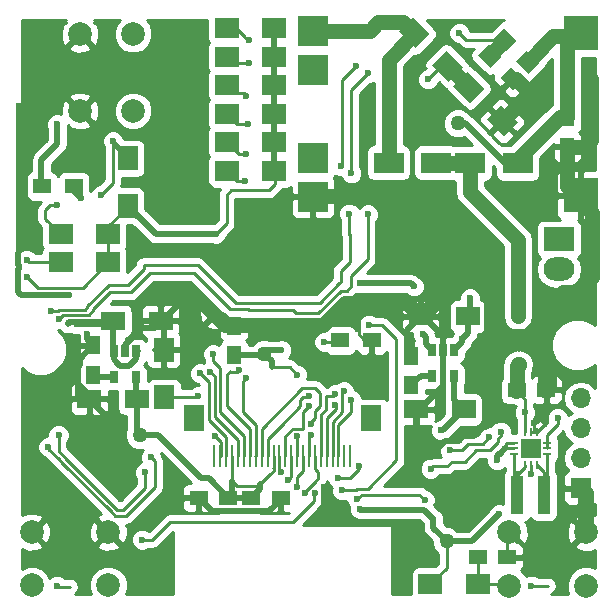
<source format=gtl>
G04 #@! TF.FileFunction,Copper,L1,Top,Signal*
%FSLAX46Y46*%
G04 Gerber Fmt 4.6, Leading zero omitted, Abs format (unit mm)*
G04 Created by KiCad (PCBNEW 4.0.6) date 01/04/18 03:56:18*
%MOMM*%
%LPD*%
G01*
G04 APERTURE LIST*
%ADD10C,0.100000*%
%ADD11R,0.250000X1.900000*%
%ADD12R,1.800000X2.200000*%
%ADD13C,2.000000*%
%ADD14R,2.600000X2.000000*%
%ADD15O,2.600000X2.000000*%
%ADD16R,1.500000X1.250000*%
%ADD17R,1.250000X1.500000*%
%ADD18R,1.500000X1.300000*%
%ADD19R,1.700000X2.000000*%
%ADD20R,2.000000X1.700000*%
%ADD21R,0.250000X0.700000*%
%ADD22R,0.700000X0.250000*%
%ADD23R,0.825000X0.825000*%
%ADD24R,0.650000X1.060000*%
%ADD25R,2.500000X1.800000*%
%ADD26R,1.099820X3.299460*%
%ADD27R,1.700000X1.700000*%
%ADD28O,1.700000X1.700000*%
%ADD29R,2.000000X1.600000*%
%ADD30R,3.000000X3.000000*%
%ADD31R,2.500000X2.500000*%
%ADD32C,1.270000*%
%ADD33C,0.600000*%
%ADD34C,1.270000*%
%ADD35C,0.508000*%
%ADD36C,0.250000*%
%ADD37C,0.254000*%
G04 APERTURE END LIST*
D10*
D11*
X183988000Y-126088000D03*
X184488000Y-126088000D03*
X184988000Y-126088000D03*
X185488000Y-126088000D03*
X185988000Y-126088000D03*
X186488000Y-126088000D03*
X186988000Y-126088000D03*
X187488000Y-126088000D03*
X187988000Y-126088000D03*
X188488000Y-126088000D03*
X188988000Y-126088000D03*
X189488000Y-126088000D03*
X189988000Y-126088000D03*
X190488000Y-126088000D03*
X190988000Y-126088000D03*
X191488000Y-126088000D03*
X191988000Y-126088000D03*
X192488000Y-126088000D03*
X192988000Y-126088000D03*
X193488000Y-126088000D03*
X193988000Y-126088000D03*
X194488000Y-126088000D03*
X194988000Y-126088000D03*
X195488000Y-126088000D03*
D12*
X197281800Y-122910600D03*
X182219600Y-122910600D03*
D13*
X215442800Y-137088000D03*
X215442800Y-132588000D03*
X208942800Y-137088000D03*
X208942800Y-132588000D03*
D14*
X213169500Y-107759500D03*
D15*
X213169500Y-110299500D03*
D16*
X185146000Y-129667000D03*
X182646000Y-129667000D03*
X187091000Y-129667000D03*
X189591000Y-129667000D03*
D17*
X185642000Y-117582000D03*
X185642000Y-115082000D03*
X213868000Y-97429000D03*
X213868000Y-99929000D03*
X200660000Y-120122000D03*
X200660000Y-117622000D03*
X173736000Y-119233000D03*
X173736000Y-116733000D03*
D16*
X206268000Y-134670800D03*
X208768000Y-134670800D03*
D10*
G36*
X206271957Y-92192695D02*
X207191195Y-91273457D01*
X208251855Y-92334117D01*
X207332617Y-93253355D01*
X206271957Y-92192695D01*
X206271957Y-92192695D01*
G37*
G36*
X208181145Y-94101883D02*
X209100383Y-93182645D01*
X210161043Y-94243305D01*
X209241805Y-95162543D01*
X208181145Y-94101883D01*
X208181145Y-94101883D01*
G37*
G36*
X207605457Y-90795695D02*
X208524695Y-89876457D01*
X209585355Y-90937117D01*
X208666117Y-91856355D01*
X207605457Y-90795695D01*
X207605457Y-90795695D01*
G37*
G36*
X209514645Y-92704883D02*
X210433883Y-91785645D01*
X211494543Y-92846305D01*
X210575305Y-93765543D01*
X209514645Y-92704883D01*
X209514645Y-92704883D01*
G37*
G36*
X205033362Y-93214280D02*
X203831280Y-94416362D01*
X202417066Y-93002148D01*
X203619148Y-91800066D01*
X205033362Y-93214280D01*
X205033362Y-93214280D01*
G37*
G36*
X202204934Y-90385852D02*
X201002852Y-91587934D01*
X199588638Y-90173720D01*
X200790720Y-88971638D01*
X202204934Y-90385852D01*
X202204934Y-90385852D01*
G37*
G36*
X204224138Y-94809220D02*
X205426220Y-93607138D01*
X206840434Y-95021352D01*
X205638352Y-96223434D01*
X204224138Y-94809220D01*
X204224138Y-94809220D01*
G37*
G36*
X207052566Y-97637648D02*
X208254648Y-96435566D01*
X209668862Y-97849780D01*
X208466780Y-99051862D01*
X207052566Y-97637648D01*
X207052566Y-97637648D01*
G37*
D18*
X197311000Y-116332000D03*
X194611000Y-116332000D03*
D19*
X179705000Y-117126000D03*
X179705000Y-121126000D03*
D20*
X170974000Y-107315000D03*
X174974000Y-107315000D03*
X170974000Y-109728000D03*
X174974000Y-109728000D03*
D13*
X172601500Y-96901000D03*
X177101500Y-96901000D03*
X172601500Y-90401000D03*
X177101500Y-90401000D03*
X168503600Y-132558400D03*
X168503600Y-137058400D03*
X175003600Y-132558400D03*
X175003600Y-137058400D03*
D21*
X210256500Y-126876000D03*
X210756500Y-126876000D03*
X211256500Y-126876000D03*
D22*
X212156500Y-125976000D03*
X212156500Y-125476000D03*
X212156500Y-124976000D03*
D21*
X211256500Y-124076000D03*
X210756500Y-124076000D03*
X210256500Y-124076000D03*
D22*
X209356500Y-124976000D03*
X209356500Y-125476000D03*
X209356500Y-125976000D03*
D23*
X211169000Y-125063500D03*
X210344000Y-125063500D03*
X211169000Y-125888500D03*
X210344000Y-125888500D03*
D24*
X204277000Y-117137000D03*
X203327000Y-117137000D03*
X202377000Y-117137000D03*
X202377000Y-119337000D03*
X204277000Y-119337000D03*
X177353000Y-117264000D03*
X176403000Y-117264000D03*
X175453000Y-117264000D03*
X175453000Y-119464000D03*
X177353000Y-119464000D03*
D25*
X205645000Y-101346000D03*
X209645000Y-101346000D03*
X202723500Y-101282500D03*
X198723500Y-101282500D03*
D26*
X211856320Y-129413000D03*
X209605880Y-129413000D03*
D20*
X185039000Y-89916000D03*
X189039000Y-89916000D03*
D19*
X176631600Y-104920800D03*
X176631600Y-100920800D03*
D20*
X185039000Y-92329000D03*
X189039000Y-92329000D03*
D18*
X169388800Y-103276400D03*
X172088800Y-103276400D03*
D20*
X185039000Y-94742000D03*
X189039000Y-94742000D03*
X185039000Y-97155000D03*
X189039000Y-97155000D03*
X185039000Y-99568000D03*
X189039000Y-99568000D03*
X185039000Y-101981000D03*
X189039000Y-101981000D03*
X206266800Y-136956800D03*
X202266800Y-136956800D03*
D27*
X214985600Y-128828800D03*
D28*
X214985600Y-126288800D03*
X214985600Y-123748800D03*
X214985600Y-121208800D03*
D16*
X209570000Y-120523000D03*
X212070000Y-120523000D03*
D29*
X205454000Y-114300000D03*
X201454000Y-114300000D03*
X175419000Y-114681000D03*
X179419000Y-114681000D03*
X205073000Y-122174000D03*
X201073000Y-122174000D03*
X177387000Y-121285000D03*
X173387000Y-121285000D03*
D30*
X215011000Y-90271600D03*
X215011000Y-104038400D03*
D31*
X192327000Y-104155000D03*
X192327000Y-90155000D03*
X192327000Y-93405000D03*
X192327000Y-100905000D03*
D32*
X177673000Y-124333000D03*
X183991000Y-114173000D03*
X188182000Y-117475000D03*
X198780400Y-96469200D03*
X204571600Y-97942400D03*
X203657200Y-133350000D03*
D33*
X173196000Y-115824000D03*
X171672000Y-112522000D03*
X175101000Y-122936000D03*
X182689500Y-103949500D03*
X182689500Y-101346000D03*
X182689500Y-98933000D03*
X182721000Y-93853000D03*
X183991000Y-124460000D03*
X190976000Y-124460000D03*
X179197000Y-130937000D03*
X176911000Y-116205000D03*
X176085500Y-129794000D03*
X193675000Y-118491000D03*
X193344800Y-131521200D03*
X193294000Y-128714500D03*
X204597000Y-130937000D03*
X167449500Y-96520000D03*
X201218800Y-127609600D03*
X211010500Y-123317000D03*
X210756500Y-127635000D03*
X211391500Y-96075500D03*
X215900000Y-94170500D03*
X182689500Y-96329500D03*
X182753000Y-91313000D03*
X167449500Y-110172500D03*
X182880000Y-113030000D03*
X196310000Y-111506000D03*
X200882000Y-111760000D03*
X203168000Y-123952000D03*
X189642500Y-117157500D03*
X192024000Y-121031000D03*
X191008000Y-119253000D03*
X210248500Y-122428000D03*
X213042500Y-122936000D03*
X209677000Y-118364000D03*
X209677000Y-114300000D03*
X172307000Y-114935000D03*
X184118000Y-107315000D03*
X201644000Y-115824000D03*
X204978000Y-116205000D03*
X205613000Y-112776000D03*
X207899000Y-126492000D03*
X168148000Y-110998000D03*
X208076800Y-131064000D03*
X196291200Y-130606800D03*
X202501500Y-131445000D03*
X210820000Y-137109200D03*
X196088000Y-129743200D03*
X201777600Y-129844800D03*
X170688000Y-98044000D03*
X182753000Y-119126000D03*
X183642000Y-118999000D03*
X183864000Y-117475000D03*
X193294000Y-116459000D03*
X186055000Y-118872000D03*
X186690000Y-119507000D03*
X182626000Y-121031000D03*
X192151000Y-123444000D03*
X189611000Y-127508000D03*
X192024000Y-121920000D03*
X190246000Y-128143000D03*
X191008000Y-128778000D03*
X192151000Y-124333000D03*
X194437000Y-128016000D03*
X196215000Y-127000000D03*
X191643000Y-129286000D03*
X194183000Y-120904000D03*
X194183000Y-121793000D03*
X194945000Y-120650000D03*
X195580000Y-121412000D03*
X208229200Y-124053600D03*
X202285600Y-127203200D03*
X207264000Y-124510800D03*
X203911200Y-125628400D03*
X177850800Y-133197600D03*
X194818000Y-129032000D03*
X192532000Y-129286000D03*
X197053200Y-115011200D03*
X170637200Y-137109200D03*
X170783000Y-124333000D03*
X178117500Y-127508000D03*
X170815000Y-114490500D03*
X196977000Y-105664000D03*
X194691000Y-101600000D03*
X195961000Y-93091000D03*
X204724000Y-90297000D03*
X170116500Y-113855500D03*
X169894000Y-125349000D03*
X195580000Y-102171500D03*
X195389500Y-105600500D03*
X196977000Y-93726000D03*
X202057000Y-94234000D03*
X178625500Y-126238000D03*
X170688000Y-104902000D03*
X168097200Y-109524800D03*
X186912000Y-92837000D03*
X172720000Y-104267000D03*
X186658000Y-95631000D03*
X186658000Y-100584000D03*
X186531000Y-102870000D03*
X186912000Y-90932000D03*
X175387000Y-99441000D03*
X174371000Y-104013000D03*
X186785000Y-98044000D03*
D34*
X192457500Y-93599000D02*
X192200000Y-93341500D01*
D35*
X187833000Y-128524000D02*
X187833000Y-128925000D01*
X187833000Y-128925000D02*
X187091000Y-129667000D01*
X185488000Y-128211000D02*
X185488000Y-129325000D01*
X185488000Y-129325000D02*
X185146000Y-129667000D01*
X185146000Y-129667000D02*
X187091000Y-129667000D01*
X177673000Y-124333000D02*
X179197000Y-124333000D01*
X183495000Y-128016000D02*
X185146000Y-129667000D01*
X182880000Y-128016000D02*
X183495000Y-128016000D01*
X179197000Y-124333000D02*
X182880000Y-128016000D01*
X177387000Y-121285000D02*
X177387000Y-124047000D01*
X177387000Y-124047000D02*
X177673000Y-124333000D01*
X177353000Y-119464000D02*
X177353000Y-121251000D01*
X177353000Y-121251000D02*
X177387000Y-121285000D01*
D36*
X187706000Y-128651000D02*
X185928000Y-128651000D01*
X188988000Y-127369000D02*
X188722000Y-127635000D01*
X187706000Y-128651000D02*
X187833000Y-128524000D01*
X187833000Y-128524000D02*
X188722000Y-127635000D01*
X185488000Y-128211000D02*
X185488000Y-126088000D01*
X185928000Y-128651000D02*
X185488000Y-128211000D01*
X188988000Y-127115000D02*
X188988000Y-127369000D01*
X188988000Y-127369000D02*
X188976000Y-127381000D01*
X188988000Y-126088000D02*
X188988000Y-127115000D01*
X188988000Y-127115000D02*
X188976000Y-127127000D01*
D35*
X173736000Y-116733000D02*
X173196000Y-116193000D01*
X173196000Y-116193000D02*
X173196000Y-115824000D01*
X172466000Y-118491000D02*
X172561000Y-118396000D01*
X172466000Y-120015000D02*
X172466000Y-119380000D01*
X172466000Y-118491000D02*
X172466000Y-119380000D01*
X172561000Y-117908000D02*
X173736000Y-116733000D01*
X172561000Y-118396000D02*
X172561000Y-117908000D01*
X171672000Y-112522000D02*
X167576500Y-112522000D01*
X167576500Y-112522000D02*
X167322500Y-112268000D01*
X173387000Y-121285000D02*
X175038000Y-122936000D01*
X175038000Y-122936000D02*
X175101000Y-122936000D01*
D34*
X212280500Y-118618000D02*
X212280500Y-120356000D01*
X211931000Y-120384000D02*
X211931000Y-118268500D01*
X212070000Y-120523000D02*
X211931000Y-120384000D01*
X211931000Y-118268500D02*
X211423000Y-117760500D01*
X211423000Y-115951000D02*
X211677000Y-115951000D01*
X211423000Y-117760500D02*
X211423000Y-115951000D01*
X213201000Y-112522000D02*
X213455000Y-112268000D01*
X213455000Y-112268000D02*
X214693500Y-112268000D01*
X214693500Y-112268000D02*
X215963500Y-110998000D01*
X212947000Y-112776000D02*
X213201000Y-112522000D01*
X211677000Y-114046000D02*
X212947000Y-112776000D01*
X211677000Y-115951000D02*
X211677000Y-114046000D01*
X215963500Y-110236000D02*
X215963500Y-110998000D01*
X215963500Y-105727500D02*
X215963500Y-110236000D01*
X211677000Y-115443000D02*
X211677000Y-115951000D01*
X211677000Y-115443000D02*
X211169000Y-115951000D01*
X196215000Y-113157000D02*
X195040000Y-113157000D01*
X184912000Y-115062000D02*
X182880000Y-113030000D01*
X184912000Y-115062000D02*
X190754000Y-115062000D01*
X192627000Y-115062000D02*
X193135000Y-115062000D01*
X193135000Y-115062000D02*
X195040000Y-113157000D01*
X190754000Y-115062000D02*
X192627000Y-115062000D01*
X201454000Y-114300000D02*
X203295000Y-112459000D01*
X203295000Y-112459000D02*
X203295000Y-110998000D01*
X196215000Y-113157000D02*
X200247000Y-113157000D01*
X200311000Y-113157000D02*
X201454000Y-114300000D01*
X200247000Y-113157000D02*
X200311000Y-113157000D01*
D35*
X182689500Y-101346000D02*
X182689500Y-103949500D01*
X182721000Y-93853000D02*
X182737000Y-93869000D01*
X182737000Y-93869000D02*
X182753000Y-93853000D01*
D36*
X184488000Y-126088000D02*
X184499000Y-126077000D01*
X184499000Y-126077000D02*
X184499000Y-124968000D01*
X184499000Y-124968000D02*
X183991000Y-124460000D01*
X190988000Y-126088000D02*
X190976000Y-126076000D01*
X190976000Y-126076000D02*
X190976000Y-124460000D01*
D35*
X182880000Y-113030000D02*
X183991000Y-114141000D01*
X183991000Y-114141000D02*
X183991000Y-114173000D01*
X185642000Y-115082000D02*
X184733000Y-114173000D01*
X184733000Y-114173000D02*
X183991000Y-114173000D01*
X203327000Y-119126000D02*
X203327000Y-119888000D01*
X203327000Y-117137000D02*
X203327000Y-119126000D01*
X203200000Y-120396000D02*
X201422000Y-122174000D01*
X203327000Y-120269000D02*
X203200000Y-120396000D01*
X203327000Y-119888000D02*
X203327000Y-120269000D01*
X201422000Y-122174000D02*
X201073000Y-122174000D01*
X201208000Y-125323600D02*
X201073000Y-125188600D01*
X201073000Y-125188600D02*
X201073000Y-122174000D01*
X200660000Y-117622000D02*
X200279000Y-117241000D01*
X200279000Y-117241000D02*
X200279000Y-115475000D01*
X200279000Y-115475000D02*
X201454000Y-114300000D01*
X201676000Y-114300000D02*
X203327000Y-115951000D01*
X203327000Y-116078000D02*
X203327000Y-115951000D01*
X203327000Y-116078000D02*
X203327000Y-117137000D01*
X201676000Y-114300000D02*
X201454000Y-114300000D01*
X201454000Y-114300000D02*
X201962000Y-114808000D01*
D34*
X201454000Y-114300000D02*
X201549000Y-114205000D01*
X203295000Y-110998000D02*
X206819500Y-110998000D01*
X214985600Y-128828800D02*
X215442800Y-129286000D01*
X215442800Y-129286000D02*
X215442800Y-132588000D01*
X196215000Y-113157000D02*
X195834000Y-113157000D01*
D36*
X196215000Y-115316000D02*
X196215000Y-115824000D01*
X196596000Y-116205000D02*
X196215000Y-115824000D01*
X196215000Y-115316000D02*
X196215000Y-113157000D01*
X197311000Y-116332000D02*
X196596000Y-116332000D01*
X196596000Y-116332000D02*
X196596000Y-116205000D01*
D35*
X189591000Y-129667000D02*
X189591000Y-129814000D01*
X189591000Y-129814000D02*
X188595000Y-130810000D01*
X188595000Y-130810000D02*
X183789000Y-130810000D01*
X183789000Y-130810000D02*
X182646000Y-129667000D01*
X182646000Y-129667000D02*
X180467000Y-129667000D01*
X180467000Y-129667000D02*
X179197000Y-130937000D01*
X176085500Y-129794000D02*
X176085500Y-123983500D01*
X176085500Y-123983500D02*
X173387000Y-121285000D01*
X177228500Y-115887500D02*
X177800000Y-115316000D01*
X176403000Y-116713000D02*
X176911000Y-116205000D01*
X176403000Y-117264000D02*
X176403000Y-116713000D01*
X177228500Y-115887500D02*
X177292000Y-115824000D01*
X176911000Y-116205000D02*
X177228500Y-115887500D01*
X179705000Y-117126000D02*
X179705000Y-115094000D01*
X179705000Y-115094000D02*
X179419000Y-114808000D01*
X173375000Y-117094000D02*
X173736000Y-116733000D01*
X173387000Y-121285000D02*
X173387000Y-120936000D01*
X173387000Y-120936000D02*
X172466000Y-120015000D01*
X172466000Y-120015000D02*
X172466000Y-121158000D01*
X177800000Y-115316000D02*
X178911000Y-115316000D01*
X178911000Y-115316000D02*
X179419000Y-114808000D01*
X182880000Y-113030000D02*
X181197000Y-113030000D01*
X181197000Y-113030000D02*
X179419000Y-114808000D01*
D34*
X207359250Y-115855750D02*
X207359250Y-118141750D01*
X207359250Y-118141750D02*
X207264000Y-118237000D01*
D35*
X205028800Y-124460000D02*
X204673200Y-124815600D01*
X206756000Y-123698000D02*
X205994000Y-124460000D01*
X205994000Y-124460000D02*
X205028800Y-124460000D01*
X207264000Y-122224800D02*
X207264000Y-118237000D01*
X204673200Y-124815600D02*
X203504800Y-124815600D01*
X206756000Y-123698000D02*
X207010000Y-123698000D01*
X207010000Y-123698000D02*
X207264000Y-123444000D01*
X207264000Y-123444000D02*
X207264000Y-122224800D01*
X206268000Y-117241000D02*
X207264000Y-118237000D01*
D36*
X196697600Y-117856000D02*
X194310000Y-117856000D01*
X197311000Y-117242600D02*
X197311000Y-116332000D01*
X196697600Y-117856000D02*
X197311000Y-117242600D01*
X194310000Y-117856000D02*
X193675000Y-118491000D01*
D35*
X193294000Y-128714500D02*
X193281300Y-131457700D01*
X193281300Y-131457700D02*
X193344800Y-131521200D01*
X207359250Y-115855750D02*
X207454500Y-115951000D01*
X203930250Y-130333750D02*
X203993750Y-130333750D01*
X203993750Y-130333750D02*
X204597000Y-130937000D01*
X167322500Y-110299500D02*
X167322500Y-111442500D01*
X167322500Y-111442500D02*
X167322500Y-112268000D01*
X167449500Y-110172500D02*
X167322500Y-110299500D01*
X179705000Y-117126000D02*
X179324000Y-117126000D01*
X201218800Y-127609600D02*
X201218800Y-127622300D01*
X201218800Y-127622300D02*
X203930250Y-130333750D01*
X203930250Y-130333750D02*
X203985500Y-130389000D01*
D36*
X214200000Y-103591500D02*
X214200000Y-103964000D01*
X214200000Y-103964000D02*
X215963500Y-105727500D01*
D35*
X167449500Y-110172500D02*
X167449500Y-109994700D01*
X167449500Y-96520000D02*
X167449500Y-108839000D01*
X167335200Y-108953300D02*
X167449500Y-108839000D01*
X167335200Y-109880400D02*
X167335200Y-108953300D01*
X167449500Y-109994700D02*
X167335200Y-109880400D01*
X201208000Y-125323600D02*
X201676000Y-125323600D01*
X201676000Y-125323600D02*
X202996800Y-125323600D01*
X202996800Y-125323600D02*
X203504800Y-124815600D01*
X202996800Y-125323600D02*
X203504800Y-124815600D01*
X201208000Y-127609600D02*
X201208000Y-127611500D01*
X201218800Y-127609600D02*
X201208000Y-127609600D01*
D36*
X208768000Y-134670800D02*
X208768000Y-132762800D01*
X208768000Y-132762800D02*
X208942800Y-132588000D01*
D35*
X214985600Y-128828800D02*
X214985600Y-132130800D01*
X214985600Y-132130800D02*
X215442800Y-132588000D01*
D36*
X197311000Y-116332000D02*
X197256400Y-116332000D01*
D35*
X201208000Y-125323600D02*
X201208000Y-125944000D01*
X201208000Y-125944000D02*
X201208000Y-127611500D01*
X201208000Y-127611500D02*
X203985500Y-130389000D01*
D36*
X211010500Y-123317000D02*
X211010500Y-124076000D01*
X211010500Y-124076000D02*
X211010500Y-124015500D01*
X211010500Y-124015500D02*
X211010500Y-124076000D01*
X210756500Y-126876000D02*
X210756500Y-127635000D01*
X211256500Y-124076000D02*
X211010500Y-124076000D01*
X211010500Y-124076000D02*
X210756500Y-124076000D01*
X212050000Y-120586500D02*
X212050000Y-123282500D01*
X212050000Y-123282500D02*
X211256500Y-124076000D01*
D34*
X212280500Y-120356000D02*
X212050000Y-120586500D01*
X211391500Y-96075500D02*
X210028928Y-96075500D01*
X210028928Y-96075500D02*
X208360714Y-97743714D01*
X213868000Y-99929000D02*
X215348500Y-99929000D01*
X211391500Y-96075500D02*
X209488594Y-94172594D01*
X215900000Y-99377500D02*
X215900000Y-94170500D01*
X215348500Y-99929000D02*
X215900000Y-99377500D01*
X209488594Y-94172594D02*
X209171094Y-94172594D01*
X213868000Y-99929000D02*
X213868000Y-103259500D01*
X213868000Y-103259500D02*
X214200000Y-103591500D01*
X215963500Y-105537000D02*
X215963500Y-105727500D01*
X214200000Y-103773500D02*
X215963500Y-105537000D01*
X211169000Y-115951000D02*
X207454500Y-115951000D01*
X207454500Y-115951000D02*
X207327500Y-115951000D01*
X207391000Y-115887500D02*
X207391000Y-111569500D01*
X207391000Y-111569500D02*
X206819500Y-110998000D01*
X207327500Y-115951000D02*
X207391000Y-115887500D01*
X214200000Y-103591500D02*
X214200000Y-103773500D01*
X206819500Y-110998000D02*
X207168750Y-111347250D01*
X207168750Y-111347250D02*
X199913000Y-104091500D01*
X199913000Y-104091500D02*
X192200000Y-104091500D01*
D35*
X182689500Y-98933000D02*
X182689500Y-101346000D01*
X182689500Y-96329500D02*
X182689500Y-98933000D01*
X182753000Y-93853000D02*
X182689500Y-93916500D01*
X182689500Y-93916500D02*
X182689500Y-96329500D01*
X182753000Y-91313000D02*
X182753000Y-93853000D01*
D36*
X167449500Y-110172500D02*
X167322500Y-110172500D01*
X167322500Y-110172500D02*
X167449500Y-110172500D01*
X167449500Y-110172500D02*
X167322500Y-110172500D01*
D35*
X179705000Y-117126000D02*
X178911000Y-117126000D01*
X200628000Y-111506000D02*
X200882000Y-111760000D01*
X196310000Y-111506000D02*
X200628000Y-111506000D01*
X203295000Y-123952000D02*
X203168000Y-123952000D01*
X205073000Y-122174000D02*
X203295000Y-123952000D01*
X188182000Y-117475000D02*
X188075000Y-117582000D01*
X188075000Y-117582000D02*
X185642000Y-117582000D01*
X188817000Y-118618000D02*
X188817000Y-118110000D01*
X188182000Y-117475000D02*
X188817000Y-118110000D01*
X188817000Y-118110000D02*
X188817000Y-118364000D01*
X189642500Y-117157500D02*
X188499500Y-117157500D01*
X188499500Y-117157500D02*
X188182000Y-117475000D01*
X205073000Y-122174000D02*
X204277000Y-121378000D01*
X204277000Y-121378000D02*
X204277000Y-119337000D01*
D36*
X191516000Y-121158000D02*
X191897000Y-121158000D01*
X191262000Y-121412000D02*
X191516000Y-121158000D01*
X191262000Y-121920000D02*
X189611000Y-123571000D01*
X188488000Y-124694000D02*
X189611000Y-123571000D01*
X188488000Y-124694000D02*
X188488000Y-126088000D01*
X191262000Y-121920000D02*
X191262000Y-121412000D01*
X191897000Y-121158000D02*
X192024000Y-121031000D01*
X190373000Y-118618000D02*
X188817000Y-118618000D01*
X188817000Y-118618000D02*
X188742000Y-118618000D01*
X191008000Y-119253000D02*
X190373000Y-118618000D01*
D34*
X209570000Y-120523000D02*
X209570000Y-118471000D01*
X209570000Y-118471000D02*
X209677000Y-118364000D01*
X209570000Y-118471000D02*
X209677000Y-118364000D01*
D35*
X209570000Y-118471000D02*
X209677000Y-118364000D01*
D36*
X212156500Y-124976000D02*
X212156500Y-124330000D01*
X213042500Y-123444000D02*
X213042500Y-122936000D01*
X212156500Y-124330000D02*
X213042500Y-123444000D01*
X210248500Y-122428000D02*
X210256500Y-122428000D01*
X210256500Y-122428000D02*
X210248500Y-122428000D01*
X210248500Y-122428000D02*
X210256500Y-122428000D01*
X212156500Y-124976000D02*
X212156500Y-125476000D01*
X210256500Y-124076000D02*
X210256500Y-122428000D01*
X210256500Y-122428000D02*
X210256500Y-121293000D01*
X210256500Y-121293000D02*
X209550000Y-120586500D01*
D34*
X209677000Y-120459500D02*
X209550000Y-120586500D01*
X209677000Y-113665000D02*
X209677000Y-114300000D01*
X205645000Y-103791000D02*
X209677000Y-107823000D01*
X209677000Y-107823000D02*
X209677000Y-113665000D01*
X205645000Y-101346000D02*
X205645000Y-103791000D01*
X209740500Y-118427500D02*
X209804000Y-118364000D01*
X209677000Y-118364000D02*
X209740500Y-118427500D01*
X205645000Y-101346000D02*
X202787000Y-101346000D01*
X202787000Y-101346000D02*
X202723500Y-101282500D01*
D35*
X172307000Y-114935000D02*
X175165000Y-114935000D01*
X175165000Y-114935000D02*
X175419000Y-114681000D01*
D36*
X185007000Y-104013000D02*
X185388000Y-103632000D01*
X185388000Y-103632000D02*
X185642000Y-103632000D01*
X189071000Y-103124000D02*
X188563000Y-103632000D01*
X188563000Y-103632000D02*
X188436000Y-103632000D01*
X189039000Y-101981000D02*
X189071000Y-102013000D01*
X189071000Y-102013000D02*
X189071000Y-103124000D01*
X185642000Y-103632000D02*
X188436000Y-103632000D01*
X188436000Y-103632000D02*
X188563000Y-103632000D01*
X184118000Y-107315000D02*
X185007000Y-106426000D01*
X185007000Y-106426000D02*
X185007000Y-104140000D01*
X185007000Y-104140000D02*
X185007000Y-104013000D01*
D35*
X176631600Y-104920800D02*
X179025800Y-107315000D01*
X179025800Y-107315000D02*
X184118000Y-107315000D01*
X189039000Y-99568000D02*
X189039000Y-101981000D01*
X189039000Y-97155000D02*
X189039000Y-99568000D01*
X189039000Y-94742000D02*
X189039000Y-97155000D01*
X189039000Y-94742000D02*
X189039000Y-92329000D01*
X189039000Y-92329000D02*
X189039000Y-89916000D01*
X202377000Y-117137000D02*
X201898000Y-116658000D01*
X201898000Y-116078000D02*
X201644000Y-115824000D01*
X201898000Y-116658000D02*
X201898000Y-116078000D01*
X205454000Y-114300000D02*
X205613000Y-114141000D01*
X205613000Y-114141000D02*
X205613000Y-112776000D01*
X204978000Y-116205000D02*
X205454000Y-115729000D01*
X205454000Y-115729000D02*
X205454000Y-114300000D01*
X204978000Y-116436000D02*
X204277000Y-117137000D01*
X204978000Y-116205000D02*
X204978000Y-116436000D01*
X205613000Y-114141000D02*
X205613000Y-112776000D01*
X175419000Y-114808000D02*
X175419000Y-117230000D01*
X175419000Y-117230000D02*
X175453000Y-117264000D01*
X176022000Y-118491000D02*
X176784000Y-118491000D01*
X175453000Y-117264000D02*
X175453000Y-117922000D01*
X175453000Y-117922000D02*
X175768000Y-118237000D01*
X176022000Y-118491000D02*
X175768000Y-118237000D01*
X177353000Y-117922000D02*
X177353000Y-117264000D01*
X176784000Y-118491000D02*
X177353000Y-117922000D01*
X175419000Y-114808000D02*
X171704000Y-114808000D01*
X171704000Y-114808000D02*
X171577000Y-114935000D01*
X177353000Y-117264000D02*
X177503000Y-117264000D01*
X175419000Y-117230000D02*
X175453000Y-117264000D01*
X208229200Y-125857000D02*
X208153000Y-125857000D01*
X207899000Y-126111000D02*
X207899000Y-126492000D01*
X208153000Y-125857000D02*
X207899000Y-126111000D01*
D36*
X168910000Y-111760000D02*
X169037000Y-111887000D01*
X168910000Y-111760000D02*
X168148000Y-110998000D01*
X169037000Y-111887000D02*
X170815000Y-111887000D01*
X208653000Y-124976000D02*
X208653000Y-125420500D01*
X209356500Y-124976000D02*
X208653000Y-124976000D01*
X208653000Y-125420500D02*
X208597500Y-125476000D01*
D35*
X208229200Y-125933200D02*
X208229200Y-125857000D01*
X208229200Y-125857000D02*
X208229200Y-125844300D01*
X208229200Y-125844300D02*
X208597500Y-125476000D01*
D36*
X208229200Y-125844300D02*
X208597500Y-125476000D01*
X203657200Y-133350000D02*
X203657200Y-135566400D01*
X203657200Y-135566400D02*
X202266800Y-136956800D01*
D35*
X203657200Y-133350000D02*
X205790800Y-133350000D01*
X205790800Y-133350000D02*
X208076800Y-131064000D01*
X202501500Y-131445000D02*
X202501500Y-132194300D01*
X202501500Y-132194300D02*
X203657200Y-133350000D01*
X201625200Y-130657600D02*
X201714100Y-130657600D01*
X201714100Y-130657600D02*
X202501500Y-131445000D01*
X196291200Y-130606800D02*
X196342000Y-130657600D01*
X196342000Y-130657600D02*
X201625200Y-130657600D01*
D36*
X209356500Y-125476000D02*
X208597500Y-125476000D01*
X174974000Y-109728000D02*
X172815000Y-111887000D01*
X172815000Y-111887000D02*
X170815000Y-111887000D01*
X170815000Y-111887000D02*
X170665000Y-111887000D01*
X176657000Y-104997000D02*
X174974000Y-106680000D01*
X174974000Y-106680000D02*
X174974000Y-107315000D01*
X174974000Y-109728000D02*
X174974000Y-107315000D01*
D35*
X176657000Y-105029000D02*
X177546000Y-105918000D01*
X176657000Y-104997000D02*
X176657000Y-105029000D01*
X204571600Y-97942400D02*
X205181200Y-97942400D01*
X205181200Y-97942400D02*
X208584800Y-101346000D01*
X208584800Y-101346000D02*
X209645000Y-101346000D01*
D34*
X213868000Y-97429000D02*
X213213000Y-97429000D01*
X213213000Y-97429000D02*
X209645000Y-100997000D01*
X209645000Y-100997000D02*
X209645000Y-101346000D01*
X214200000Y-90591500D02*
X212688688Y-90591500D01*
X212688688Y-90591500D02*
X210504594Y-92775594D01*
X213848000Y-97409000D02*
X213868000Y-97429000D01*
X213836000Y-94424500D02*
X213836000Y-97397000D01*
X213836000Y-97397000D02*
X213868000Y-97429000D01*
X213836000Y-94424500D02*
X213836000Y-90955500D01*
X213836000Y-90955500D02*
X214200000Y-90591500D01*
D35*
X200660000Y-120122000D02*
X201445000Y-119337000D01*
X201445000Y-119337000D02*
X202377000Y-119337000D01*
X175453000Y-119464000D02*
X173967000Y-119464000D01*
X173967000Y-119464000D02*
X173736000Y-119233000D01*
D36*
X212191600Y-137085200D02*
X210844000Y-137085200D01*
X210844000Y-137085200D02*
X210820000Y-137109200D01*
X206268000Y-134670800D02*
X206268000Y-136955600D01*
X206268000Y-136955600D02*
X206266800Y-136956800D01*
X206266800Y-136956800D02*
X208811600Y-136956800D01*
X208811600Y-136956800D02*
X208942800Y-137088000D01*
X196443600Y-129387600D02*
X196088000Y-129743200D01*
X201320400Y-129387600D02*
X196443600Y-129387600D01*
X201777600Y-129844800D02*
X201320400Y-129387600D01*
D35*
X169338000Y-101045000D02*
X169338000Y-103124000D01*
X170688000Y-99695000D02*
X169338000Y-101045000D01*
X170688000Y-98044000D02*
X170688000Y-99695000D01*
D36*
X169338000Y-103124000D02*
X169291000Y-103077000D01*
X183515000Y-123063000D02*
X184988000Y-124536000D01*
X184988000Y-124536000D02*
X184988000Y-124917000D01*
X183515000Y-123063000D02*
X183515000Y-119888000D01*
X184988000Y-126088000D02*
X184988000Y-124917000D01*
X183515000Y-119888000D02*
X182753000Y-119126000D01*
X184023000Y-122809000D02*
X185988000Y-124774000D01*
X185988000Y-124774000D02*
X185988000Y-125028000D01*
X184023000Y-122174000D02*
X184023000Y-119380000D01*
X184023000Y-119380000D02*
X183642000Y-118999000D01*
X185988000Y-126088000D02*
X185988000Y-125028000D01*
X184023000Y-122809000D02*
X184023000Y-122174000D01*
X184023000Y-122174000D02*
X184023000Y-122047000D01*
X183864000Y-118066996D02*
X183864000Y-117475000D01*
X184473002Y-119193604D02*
X184473002Y-118675998D01*
X184473002Y-118675998D02*
X183864000Y-118066996D01*
X184473002Y-119193604D02*
X184473002Y-119056998D01*
X184473002Y-119507000D02*
X184473002Y-119193604D01*
X184473002Y-119507000D02*
X184473002Y-122370002D01*
X194611000Y-116332000D02*
X194484000Y-116459000D01*
X194484000Y-116459000D02*
X193294000Y-116459000D01*
X186488000Y-126088000D02*
X186488000Y-124385000D01*
X186488000Y-124385000D02*
X184658000Y-122555000D01*
X184473002Y-122370002D02*
X184658000Y-122555000D01*
X193882000Y-116459000D02*
X193294000Y-116459000D01*
X194484000Y-116459000D02*
X193882000Y-116459000D01*
X193882000Y-116459000D02*
X194611000Y-116332000D01*
X185956999Y-118970001D02*
X186055000Y-118872000D01*
X185264001Y-118970001D02*
X185956999Y-118970001D01*
X186988000Y-123952000D02*
X186988000Y-123869000D01*
X185039000Y-121920000D02*
X185039000Y-120523000D01*
X186988000Y-123869000D02*
X185039000Y-121920000D01*
X185039000Y-119322002D02*
X185039000Y-119195002D01*
X185039000Y-119195002D02*
X185264001Y-118970001D01*
X185039000Y-119322002D02*
X185039000Y-120523000D01*
X186988000Y-126088000D02*
X186988000Y-123952000D01*
X185264001Y-118970001D02*
X185293000Y-118941002D01*
X187488000Y-123825000D02*
X187488000Y-123480000D01*
X187488000Y-123480000D02*
X187071000Y-123063000D01*
X186436000Y-122428000D02*
X186436000Y-119761000D01*
X187071000Y-123063000D02*
X186436000Y-122428000D01*
X186436000Y-119761000D02*
X186690000Y-119507000D01*
X182531000Y-121126000D02*
X182626000Y-121031000D01*
X179705000Y-121126000D02*
X182531000Y-121126000D01*
X186690000Y-119507000D02*
X186690000Y-119507000D01*
X187488000Y-123825000D02*
X187488000Y-126088000D01*
X187438002Y-126088000D02*
X187488000Y-126088000D01*
X191897000Y-120396000D02*
X191389000Y-120396000D01*
X187988000Y-123797000D02*
X187988000Y-124305000D01*
X191389000Y-120396000D02*
X187988000Y-123797000D01*
X192941999Y-120777000D02*
X192913000Y-120777000D01*
X192913000Y-120777000D02*
X192532000Y-120396000D01*
X192941999Y-121567999D02*
X192941999Y-120777000D01*
X192532000Y-120396000D02*
X191897000Y-120396000D01*
X192497499Y-122901499D02*
X192497499Y-122335501D01*
X192659000Y-122174000D02*
X192941999Y-121891001D01*
X192497499Y-122335501D02*
X192659000Y-122174000D01*
X192941999Y-121567999D02*
X192941999Y-121891001D01*
X192941999Y-121891001D02*
X192913000Y-121920000D01*
X192151000Y-123444000D02*
X192151000Y-123247998D01*
X192151000Y-123247998D02*
X192497499Y-122901499D01*
X187988000Y-124305000D02*
X187988000Y-126088000D01*
X189488000Y-127377000D02*
X189488000Y-127385000D01*
X189488000Y-126088000D02*
X189488000Y-127377000D01*
X189488000Y-127385000D02*
X189611000Y-127508000D01*
X191516000Y-122428000D02*
X192024000Y-121920000D01*
X189988000Y-124464000D02*
X190627000Y-123825000D01*
X190627000Y-123825000D02*
X191516000Y-123825000D01*
X189988000Y-124464000D02*
X189988000Y-126088000D01*
X191516000Y-123825000D02*
X191516000Y-122428000D01*
X190488000Y-127635000D02*
X190488000Y-127901000D01*
X190488000Y-127901000D02*
X190246000Y-128143000D01*
X190500000Y-127254000D02*
X190488000Y-127254000D01*
X190488000Y-127266000D02*
X190500000Y-127254000D01*
X190488000Y-127647000D02*
X190488000Y-127635000D01*
X190488000Y-127635000D02*
X190488000Y-127266000D01*
X190488000Y-126088000D02*
X190488000Y-127254000D01*
X190488000Y-127254000D02*
X190488000Y-127393000D01*
X191389000Y-127508000D02*
X191516000Y-127381000D01*
X191389000Y-127508000D02*
X191008000Y-127889000D01*
X191008000Y-127889000D02*
X191008000Y-128778000D01*
X191516000Y-127381000D02*
X191516000Y-126116000D01*
X191516000Y-126116000D02*
X191488000Y-126088000D01*
X194437000Y-128016000D02*
X195453000Y-128016000D01*
X191988000Y-124496000D02*
X192151000Y-124333000D01*
X191988000Y-124496000D02*
X191988000Y-126088000D01*
X196215000Y-127254000D02*
X196215000Y-127000000D01*
X195453000Y-128016000D02*
X196215000Y-127254000D01*
X192786000Y-128016000D02*
X192786000Y-127508000D01*
X192488000Y-128314000D02*
X192786000Y-128016000D01*
X192786000Y-127508000D02*
X192488000Y-127210000D01*
X191643000Y-129286000D02*
X191643000Y-129159000D01*
X191643000Y-129159000D02*
X192488000Y-128314000D01*
X192488000Y-126088000D02*
X192488000Y-127210000D01*
X194056000Y-121031000D02*
X194183000Y-120904000D01*
X193421000Y-121666000D02*
X193421000Y-122174000D01*
X192976500Y-122618500D02*
X193421000Y-122174000D01*
X192976500Y-122618500D02*
X192976500Y-122682000D01*
X193421000Y-121666000D02*
X193421000Y-121031000D01*
X192976500Y-122872500D02*
X192976500Y-122682000D01*
X192976500Y-123190000D02*
X192976500Y-122872500D01*
X193421000Y-121031000D02*
X194056000Y-121031000D01*
X192976500Y-124142500D02*
X192976500Y-123190000D01*
X192988000Y-124916000D02*
X192988000Y-126088000D01*
X192988000Y-124916000D02*
X192988000Y-124154000D01*
X192988000Y-124154000D02*
X192976500Y-124142500D01*
X192976500Y-123190000D02*
X192976500Y-123126500D01*
X194310000Y-121793000D02*
X194183000Y-121793000D01*
X193488000Y-123511000D02*
X193488000Y-122996000D01*
X193488000Y-123952000D02*
X193488000Y-123511000D01*
X193548000Y-122936000D02*
X194310000Y-122174000D01*
X194310000Y-122174000D02*
X194310000Y-121793000D01*
X194310000Y-121793000D02*
X194310000Y-121666000D01*
X193488000Y-122996000D02*
X193548000Y-122936000D01*
X193488000Y-124527000D02*
X193488000Y-123952000D01*
X193488000Y-123952000D02*
X193488000Y-123892000D01*
X193488000Y-126088000D02*
X193488000Y-124527000D01*
X194818000Y-122047000D02*
X194818000Y-122428000D01*
X194818000Y-122428000D02*
X193988000Y-123258000D01*
X194818000Y-122047000D02*
X194818000Y-120777000D01*
X193988000Y-123258000D02*
X193988000Y-126088000D01*
X194818000Y-120777000D02*
X194945000Y-120650000D01*
X194488000Y-123571000D02*
X194488000Y-123520000D01*
X195580000Y-122428000D02*
X195580000Y-121412000D01*
X194488000Y-123520000D02*
X195580000Y-122428000D01*
X194488000Y-126088000D02*
X194488000Y-123571000D01*
X207518000Y-125425200D02*
X207314800Y-125628400D01*
X205181200Y-126593600D02*
X206146400Y-125628400D01*
X206146400Y-125628400D02*
X206502000Y-125628400D01*
X204063600Y-126593600D02*
X205181200Y-126593600D01*
X208026000Y-124917200D02*
X207518000Y-125425200D01*
X208229200Y-124409200D02*
X208229200Y-124053600D01*
X208229200Y-124409200D02*
X208026000Y-124612400D01*
X208026000Y-124612400D02*
X208026000Y-124917200D01*
X207314800Y-125628400D02*
X206502000Y-125628400D01*
X208229200Y-124053600D02*
X208229200Y-123901200D01*
X202285600Y-127203200D02*
X202488800Y-127000000D01*
X202488800Y-127000000D02*
X203657200Y-127000000D01*
X203657200Y-127000000D02*
X204063600Y-126593600D01*
X204063600Y-126593600D02*
X204114400Y-126593600D01*
X206717900Y-125056900D02*
X207264000Y-124510800D01*
X206717900Y-125056900D02*
X205498700Y-125056900D01*
X204927200Y-125628400D02*
X205435200Y-125120400D01*
X204927200Y-125628400D02*
X203911200Y-125628400D01*
X205498700Y-125056900D02*
X205435200Y-125120400D01*
X206717900Y-125056900D02*
X206705200Y-125069600D01*
X203911200Y-125628400D02*
X204317600Y-125628400D01*
X212026500Y-127571500D02*
X211856320Y-127571500D01*
X212026500Y-127571500D02*
X211963000Y-127571500D01*
X211963000Y-127571500D02*
X212156500Y-127765000D01*
X212156500Y-127765000D02*
X211856320Y-129413000D01*
X212156500Y-125976000D02*
X212156500Y-129112820D01*
X212156500Y-129112820D02*
X211856320Y-129413000D01*
X211856320Y-129413000D02*
X211856320Y-127571500D01*
X211856320Y-127571500D02*
X211856320Y-127475820D01*
X211856320Y-127475820D02*
X211256500Y-126876000D01*
X209356500Y-127508000D02*
X209804000Y-127508000D01*
X209740500Y-127508000D02*
X209740500Y-127571500D01*
X209804000Y-127508000D02*
X209740500Y-127508000D01*
X209356500Y-127635000D02*
X209534760Y-127635000D01*
X209534760Y-127635000D02*
X209605880Y-127706120D01*
X209359500Y-127762000D02*
X209550000Y-127762000D01*
X209550000Y-127762000D02*
X209605880Y-127706120D01*
X209356500Y-127762000D02*
X209359500Y-127762000D01*
X209550000Y-127762000D02*
X209605880Y-127706120D01*
X209356500Y-125976000D02*
X209356500Y-127508000D01*
X209356500Y-127508000D02*
X209356500Y-127635000D01*
X209356500Y-127635000D02*
X209356500Y-127762000D01*
X209356500Y-127762000D02*
X209356500Y-129163620D01*
X209356500Y-129163620D02*
X209605880Y-129413000D01*
X210256500Y-126876000D02*
X210256500Y-127055500D01*
X210256500Y-127055500D02*
X209740500Y-127571500D01*
X209740500Y-127571500D02*
X209605880Y-127706120D01*
X209605880Y-127706120D02*
X209605880Y-129413000D01*
X198780400Y-96469200D02*
X198780400Y-95250000D01*
X198780400Y-95250000D02*
X198723500Y-95193100D01*
D34*
X200896786Y-90279786D02*
X200896786Y-90377714D01*
X200896786Y-90377714D02*
X198723500Y-92551000D01*
X198723500Y-92551000D02*
X198723500Y-95193100D01*
X198723500Y-95193100D02*
X198723500Y-101282500D01*
X194422000Y-90091500D02*
X197119000Y-90091500D01*
X199961500Y-89344500D02*
X200896786Y-90279786D01*
X197866000Y-89344500D02*
X199961500Y-89344500D01*
X197119000Y-90091500D02*
X197866000Y-89344500D01*
X192200000Y-90091500D02*
X194422000Y-90091500D01*
D36*
X199390000Y-121666000D02*
X199390000Y-117094000D01*
X199390000Y-116205000D02*
X198196200Y-115011200D01*
X199390000Y-117094000D02*
X199390000Y-116205000D01*
X199390000Y-125603000D02*
X199390000Y-126492000D01*
X196977000Y-128905000D02*
X196088000Y-128905000D01*
X199390000Y-126492000D02*
X196977000Y-128905000D01*
X199390000Y-121666000D02*
X199390000Y-125603000D01*
X192405000Y-129286000D02*
X192405000Y-129159000D01*
X177850800Y-133197600D02*
X178714400Y-133197600D01*
X178714400Y-133197600D02*
X180213000Y-131699000D01*
X180213000Y-131699000D02*
X190627000Y-131699000D01*
X190627000Y-131699000D02*
X192405000Y-129921000D01*
X192405000Y-129921000D02*
X192405000Y-129159000D01*
X196088000Y-128905000D02*
X195961000Y-129032000D01*
X195961000Y-129032000D02*
X194818000Y-129032000D01*
X192532000Y-129286000D02*
X192405000Y-129286000D01*
X198196200Y-115011200D02*
X197053200Y-115011200D01*
X171754800Y-137186800D02*
X170714800Y-137186800D01*
X170714800Y-137186800D02*
X170637200Y-137109200D01*
X171513500Y-126428500D02*
X170783000Y-125698000D01*
X170783000Y-125698000D02*
X170783000Y-124333000D01*
X173037500Y-127952500D02*
X171958000Y-126873000D01*
X171958000Y-126873000D02*
X171513500Y-126428500D01*
X176276000Y-130683000D02*
X175768000Y-130683000D01*
X175768000Y-130683000D02*
X173545500Y-128460500D01*
X178117500Y-128841500D02*
X176657000Y-130302000D01*
X178117500Y-127508000D02*
X178117500Y-128841500D01*
X176657000Y-130302000D02*
X176276000Y-130683000D01*
X173545500Y-128460500D02*
X173037500Y-127952500D01*
X173323000Y-114173000D02*
X173704000Y-113792000D01*
X175101000Y-112268000D02*
X176149000Y-112268000D01*
X173704000Y-113665000D02*
X175101000Y-112268000D01*
X171132500Y-114173000D02*
X173323000Y-114173000D01*
X170815000Y-114490500D02*
X171132500Y-114173000D01*
X173704000Y-113792000D02*
X173704000Y-113665000D01*
X194913000Y-112141000D02*
X195167000Y-112141000D01*
X196945000Y-105696000D02*
X196945000Y-109474000D01*
X196977000Y-105664000D02*
X196945000Y-105696000D01*
X196945000Y-109474000D02*
X195675000Y-110744000D01*
X195548000Y-110871000D02*
X195548000Y-111760000D01*
X195548000Y-111760000D02*
X195167000Y-112141000D01*
X195675000Y-110744000D02*
X195548000Y-110871000D01*
X191611000Y-114046000D02*
X192627000Y-114046000D01*
X192793352Y-114046000D02*
X194698352Y-112141000D01*
X192627000Y-114046000D02*
X192793352Y-114046000D01*
X185261000Y-113665000D02*
X182213000Y-110617000D01*
X186785000Y-113665000D02*
X185261000Y-113665000D01*
X190849000Y-114046000D02*
X190595000Y-113792000D01*
X191611000Y-114046000D02*
X190849000Y-114046000D01*
X195040000Y-112141000D02*
X194913000Y-112141000D01*
X194913000Y-112141000D02*
X194698352Y-112141000D01*
X190595000Y-113792000D02*
X186912000Y-113792000D01*
X186912000Y-113792000D02*
X186785000Y-113665000D01*
X182213000Y-110617000D02*
X178562000Y-110617000D01*
X177038000Y-112141000D02*
X176911000Y-112268000D01*
X176911000Y-112268000D02*
X176784000Y-112268000D01*
X176149000Y-112268000D02*
X176784000Y-112268000D01*
X176784000Y-112268000D02*
X176911000Y-112268000D01*
X177032498Y-112146502D02*
X177038000Y-112141000D01*
X177038000Y-112141000D02*
X178562000Y-110617000D01*
X194691000Y-101600000D02*
X194754500Y-101600000D01*
X194754500Y-101600000D02*
X194691000Y-101600000D01*
X194691000Y-101600000D02*
X194754500Y-101600000D01*
X208595406Y-90866406D02*
X205293406Y-90866406D01*
X194754500Y-94297500D02*
X194754500Y-101600000D01*
X195961000Y-93091000D02*
X194754500Y-94297500D01*
X205293406Y-90866406D02*
X204724000Y-90297000D01*
X206499906Y-92263406D02*
X207261906Y-92263406D01*
D34*
X208595406Y-90866406D02*
X208595406Y-90929906D01*
X208595406Y-90929906D02*
X207261906Y-92263406D01*
D36*
X176149000Y-112268000D02*
X176218002Y-112268000D01*
X170116500Y-113855500D02*
X170751500Y-113855500D01*
X170862500Y-113744500D02*
X170751500Y-113855500D01*
X174939499Y-111725499D02*
X173229802Y-113435196D01*
X170884002Y-113722998D02*
X173009604Y-113722998D01*
X173009604Y-113722998D02*
X173229802Y-113502800D01*
X173229802Y-113502800D02*
X173229802Y-113435196D01*
X170862500Y-113744500D02*
X170884002Y-113722998D01*
X169894000Y-125507500D02*
X169894000Y-125349000D01*
X171084750Y-126698250D02*
X170783000Y-126396500D01*
X175577500Y-131191000D02*
X176530000Y-131191000D01*
X178212750Y-129508250D02*
X176530000Y-131191000D01*
X175196500Y-130810000D02*
X171084750Y-126698250D01*
X175196500Y-130810000D02*
X175577500Y-131191000D01*
X170783000Y-126396500D02*
X169894000Y-125507500D01*
X176625000Y-111633000D02*
X177990500Y-110267500D01*
X185769000Y-113157000D02*
X191865000Y-113157000D01*
X177990500Y-109982000D02*
X182086000Y-109982000D01*
X182594000Y-109982000D02*
X184118000Y-111506000D01*
X182086000Y-109982000D02*
X182594000Y-109982000D01*
X184118000Y-111506000D02*
X185769000Y-113157000D01*
X192881000Y-113157000D02*
X194532000Y-111506000D01*
X192627000Y-113157000D02*
X192881000Y-113157000D01*
X194532000Y-111506000D02*
X194659000Y-111379000D01*
X177990500Y-109982000D02*
X177990500Y-110299500D01*
X194659000Y-111379000D02*
X194659000Y-110617000D01*
X194659000Y-110490000D02*
X194659000Y-110617000D01*
X195421000Y-107346500D02*
X195389500Y-107315000D01*
X195421000Y-107346500D02*
X195421000Y-109728000D01*
X195421000Y-109728000D02*
X194659000Y-110490000D01*
X191865000Y-113157000D02*
X192627000Y-113157000D01*
X177990500Y-110267500D02*
X177990500Y-110299500D01*
X174939499Y-111725499D02*
X175031998Y-111633000D01*
X175031998Y-111633000D02*
X176625000Y-111633000D01*
X176625000Y-111633000D02*
X176657000Y-111633000D01*
X174939499Y-111725499D02*
X174968498Y-111696500D01*
X195389500Y-107410500D02*
X195389500Y-107315000D01*
X195389500Y-107315000D02*
X195389500Y-105600500D01*
X195580000Y-95123000D02*
X196977000Y-93726000D01*
X195580000Y-102171500D02*
X195580000Y-101473000D01*
X195580000Y-101473000D02*
X195580000Y-95123000D01*
D34*
X203725214Y-93108214D02*
X205532286Y-94915286D01*
D36*
X202057000Y-94234000D02*
X203182786Y-93108214D01*
X203182786Y-93108214D02*
X203725214Y-93108214D01*
X178212750Y-129508250D02*
X178943000Y-128778000D01*
X178943000Y-128778000D02*
X178943000Y-126555500D01*
X178943000Y-126555500D02*
X178625500Y-126238000D01*
X178244500Y-129476500D02*
X178212750Y-129508250D01*
X170053000Y-104902000D02*
X170688000Y-104902000D01*
X170974000Y-107315000D02*
X169672000Y-106013000D01*
X169672000Y-105283000D02*
X169926000Y-105029000D01*
X169672000Y-105537000D02*
X169672000Y-105283000D01*
X169672000Y-106013000D02*
X169672000Y-105537000D01*
X169926000Y-105029000D02*
X170053000Y-104902000D01*
X168300400Y-109728000D02*
X170974000Y-109728000D01*
X168097200Y-109524800D02*
X168300400Y-109728000D01*
X170847000Y-109601000D02*
X170974000Y-109728000D01*
X170847000Y-109601000D02*
X170974000Y-109728000D01*
X170720000Y-109474000D02*
X170974000Y-109728000D01*
X170847000Y-109601000D02*
X170974000Y-109728000D01*
X170974000Y-109728000D02*
X170720000Y-109474000D01*
X186912000Y-92837000D02*
X185547000Y-92837000D01*
X185547000Y-92837000D02*
X185039000Y-92329000D01*
D35*
X172038000Y-103124000D02*
X172038000Y-103585000D01*
X172038000Y-103585000D02*
X172720000Y-104267000D01*
D36*
X172720000Y-103806000D02*
X172038000Y-103124000D01*
X172720000Y-104267000D02*
X172720000Y-103806000D01*
X186531000Y-95377000D02*
X185674000Y-95377000D01*
X186658000Y-95631000D02*
X186531000Y-95504000D01*
X186531000Y-95504000D02*
X186531000Y-95377000D01*
X185674000Y-95377000D02*
X185039000Y-94742000D01*
X186055000Y-100584000D02*
X185039000Y-99568000D01*
X186658000Y-100584000D02*
X186055000Y-100584000D01*
X185928000Y-102870000D02*
X185039000Y-101981000D01*
X186531000Y-102870000D02*
X185928000Y-102870000D01*
X185134500Y-101473000D02*
X185610500Y-101473000D01*
X185769000Y-89916000D02*
X186531000Y-90678000D01*
X186912000Y-90932000D02*
X186912000Y-90805000D01*
X186912000Y-90805000D02*
X186658000Y-90805000D01*
X186658000Y-90805000D02*
X186531000Y-90678000D01*
X185769000Y-89916000D02*
X185039000Y-89916000D01*
X176631600Y-100920800D02*
X176631600Y-100685600D01*
X176631600Y-100685600D02*
X175387000Y-99441000D01*
X176657000Y-100997000D02*
X175387000Y-99727000D01*
X175387000Y-99727000D02*
X175387000Y-99441000D01*
X175387000Y-99441000D02*
X175387000Y-102997000D01*
X175387000Y-102997000D02*
X174371000Y-104013000D01*
X185928000Y-98044000D02*
X185039000Y-97155000D01*
X186785000Y-98044000D02*
X185928000Y-98044000D01*
X185134500Y-96393000D02*
X185737500Y-96393000D01*
D37*
G36*
X193643883Y-128544943D02*
X193900922Y-128802431D01*
X193883162Y-128845201D01*
X193882838Y-129217167D01*
X194024883Y-129560943D01*
X194287673Y-129824192D01*
X194631201Y-129966838D01*
X195003167Y-129967162D01*
X195152858Y-129905311D01*
X195152838Y-129928367D01*
X195294883Y-130272143D01*
X195381662Y-130359073D01*
X195356362Y-130420001D01*
X195356038Y-130791967D01*
X195498083Y-131135743D01*
X195760873Y-131398992D01*
X196104401Y-131541638D01*
X196317990Y-131541824D01*
X196342000Y-131546600D01*
X201345864Y-131546600D01*
X201612500Y-131813236D01*
X201612500Y-132194300D01*
X201680171Y-132534506D01*
X201769808Y-132668657D01*
X201872882Y-132822918D01*
X202387211Y-133337247D01*
X202386980Y-133601510D01*
X202579918Y-134068458D01*
X202897200Y-134386294D01*
X202897200Y-135251598D01*
X202689438Y-135459360D01*
X201266800Y-135459360D01*
X201031483Y-135503638D01*
X200815359Y-135642710D01*
X200670369Y-135854910D01*
X200619360Y-136106800D01*
X200619360Y-137783500D01*
X199009000Y-137783500D01*
X199009000Y-132080000D01*
X199000315Y-132033841D01*
X198973035Y-131991447D01*
X198931410Y-131963006D01*
X198882000Y-131953000D01*
X191447802Y-131953000D01*
X192942401Y-130458401D01*
X193107148Y-130211839D01*
X193151537Y-129988681D01*
X193324192Y-129816327D01*
X193466838Y-129472799D01*
X193467162Y-129100833D01*
X193325117Y-128757057D01*
X193222521Y-128654281D01*
X193323401Y-128553401D01*
X193488148Y-128306839D01*
X193506786Y-128213142D01*
X193643883Y-128544943D01*
X193643883Y-128544943D01*
G37*
X193643883Y-128544943D02*
X193900922Y-128802431D01*
X193883162Y-128845201D01*
X193882838Y-129217167D01*
X194024883Y-129560943D01*
X194287673Y-129824192D01*
X194631201Y-129966838D01*
X195003167Y-129967162D01*
X195152858Y-129905311D01*
X195152838Y-129928367D01*
X195294883Y-130272143D01*
X195381662Y-130359073D01*
X195356362Y-130420001D01*
X195356038Y-130791967D01*
X195498083Y-131135743D01*
X195760873Y-131398992D01*
X196104401Y-131541638D01*
X196317990Y-131541824D01*
X196342000Y-131546600D01*
X201345864Y-131546600D01*
X201612500Y-131813236D01*
X201612500Y-132194300D01*
X201680171Y-132534506D01*
X201769808Y-132668657D01*
X201872882Y-132822918D01*
X202387211Y-133337247D01*
X202386980Y-133601510D01*
X202579918Y-134068458D01*
X202897200Y-134386294D01*
X202897200Y-135251598D01*
X202689438Y-135459360D01*
X201266800Y-135459360D01*
X201031483Y-135503638D01*
X200815359Y-135642710D01*
X200670369Y-135854910D01*
X200619360Y-136106800D01*
X200619360Y-137783500D01*
X199009000Y-137783500D01*
X199009000Y-132080000D01*
X199000315Y-132033841D01*
X198973035Y-131991447D01*
X198931410Y-131963006D01*
X198882000Y-131953000D01*
X191447802Y-131953000D01*
X192942401Y-130458401D01*
X193107148Y-130211839D01*
X193151537Y-129988681D01*
X193324192Y-129816327D01*
X193466838Y-129472799D01*
X193467162Y-129100833D01*
X193325117Y-128757057D01*
X193222521Y-128654281D01*
X193323401Y-128553401D01*
X193488148Y-128306839D01*
X193506786Y-128213142D01*
X193643883Y-128544943D01*
G36*
X170856119Y-115425537D02*
X170948382Y-115563618D01*
X171236795Y-115756329D01*
X171577000Y-115824000D01*
X171869632Y-115765792D01*
X172120201Y-115869838D01*
X172476000Y-115870148D01*
X172476000Y-116447250D01*
X172634750Y-116606000D01*
X173609000Y-116606000D01*
X173609000Y-116586000D01*
X173863000Y-116586000D01*
X173863000Y-116606000D01*
X173883000Y-116606000D01*
X173883000Y-116860000D01*
X173863000Y-116860000D01*
X173863000Y-116880000D01*
X173609000Y-116880000D01*
X173609000Y-116860000D01*
X172634750Y-116860000D01*
X172476000Y-117018750D01*
X172476000Y-117609309D01*
X172572673Y-117842698D01*
X172713910Y-117983936D01*
X172659559Y-118018910D01*
X172514569Y-118231110D01*
X172463560Y-118483000D01*
X172463560Y-119850000D01*
X172260691Y-119850000D01*
X172027302Y-119946673D01*
X171848673Y-120125301D01*
X171752000Y-120358690D01*
X171752000Y-120999250D01*
X171910750Y-121158000D01*
X173260000Y-121158000D01*
X173260000Y-121138000D01*
X173514000Y-121138000D01*
X173514000Y-121158000D01*
X174863250Y-121158000D01*
X175022000Y-120999250D01*
X175022000Y-120619974D01*
X175128000Y-120641440D01*
X175739560Y-120641440D01*
X175739560Y-122085000D01*
X175783838Y-122320317D01*
X175922910Y-122536441D01*
X176135110Y-122681431D01*
X176387000Y-122732440D01*
X176498000Y-122732440D01*
X176498000Y-123851019D01*
X176403221Y-124079273D01*
X176402780Y-124584510D01*
X176595718Y-125051458D01*
X176952663Y-125409026D01*
X177419273Y-125602779D01*
X177924510Y-125603220D01*
X177947430Y-125593749D01*
X177833308Y-125707673D01*
X177690662Y-126051201D01*
X177690338Y-126423167D01*
X177778452Y-126636420D01*
X177588557Y-126714883D01*
X177325308Y-126977673D01*
X177182662Y-127321201D01*
X177182338Y-127693167D01*
X177324383Y-128036943D01*
X177357500Y-128070118D01*
X177357500Y-128526698D01*
X176022000Y-129862198D01*
X171543000Y-125383198D01*
X171543000Y-124895463D01*
X171575192Y-124863327D01*
X171717838Y-124519799D01*
X171718162Y-124147833D01*
X171576117Y-123804057D01*
X171313327Y-123540808D01*
X170969799Y-123398162D01*
X170597833Y-123397838D01*
X170254057Y-123539883D01*
X169990808Y-123802673D01*
X169848162Y-124146201D01*
X169847929Y-124413959D01*
X169708833Y-124413838D01*
X169365057Y-124555883D01*
X169101808Y-124818673D01*
X168959162Y-125162201D01*
X168958838Y-125534167D01*
X169100883Y-125877943D01*
X169363673Y-126141192D01*
X169516243Y-126204545D01*
X174356583Y-131044885D01*
X174129336Y-131139013D01*
X174030673Y-131405868D01*
X175003600Y-132378795D01*
X175017743Y-132364653D01*
X175197348Y-132544258D01*
X175183205Y-132558400D01*
X176156132Y-133531327D01*
X176422987Y-133432664D01*
X176649508Y-132822939D01*
X176625456Y-132172940D01*
X176533257Y-131950352D01*
X176820839Y-131893148D01*
X177067401Y-131728401D01*
X178843052Y-129952750D01*
X181261000Y-129952750D01*
X181261000Y-130418310D01*
X181357673Y-130651699D01*
X181536302Y-130830327D01*
X181769691Y-130927000D01*
X182360250Y-130927000D01*
X182519000Y-130768250D01*
X182519000Y-129794000D01*
X181419750Y-129794000D01*
X181261000Y-129952750D01*
X178843052Y-129952750D01*
X179480401Y-129315401D01*
X179645148Y-129068840D01*
X179655629Y-129016148D01*
X179703000Y-128778000D01*
X179703000Y-126555500D01*
X179645148Y-126264661D01*
X179560588Y-126138107D01*
X179560662Y-126052833D01*
X179490999Y-125884235D01*
X182013764Y-128407000D01*
X181769691Y-128407000D01*
X181536302Y-128503673D01*
X181357673Y-128682301D01*
X181261000Y-128915690D01*
X181261000Y-129381250D01*
X181419750Y-129540000D01*
X182519000Y-129540000D01*
X182519000Y-129520000D01*
X182773000Y-129520000D01*
X182773000Y-129540000D01*
X182793000Y-129540000D01*
X182793000Y-129794000D01*
X182773000Y-129794000D01*
X182773000Y-130768250D01*
X182931750Y-130927000D01*
X183522309Y-130927000D01*
X183755698Y-130830327D01*
X183896936Y-130689090D01*
X183931910Y-130743441D01*
X184144110Y-130888431D01*
X184393827Y-130939000D01*
X180213000Y-130939000D01*
X179970414Y-130987254D01*
X179922160Y-130996852D01*
X179675599Y-131161599D01*
X178406436Y-132430762D01*
X178381127Y-132405408D01*
X178037599Y-132262762D01*
X177665633Y-132262438D01*
X177321857Y-132404483D01*
X177058608Y-132667273D01*
X176915962Y-133010801D01*
X176915638Y-133382767D01*
X177057683Y-133726543D01*
X177320473Y-133989792D01*
X177664001Y-134132438D01*
X178035967Y-134132762D01*
X178379743Y-133990717D01*
X178412918Y-133957600D01*
X178714400Y-133957600D01*
X179005239Y-133899748D01*
X179251801Y-133735001D01*
X180467000Y-132519802D01*
X180467000Y-137783500D01*
X176472865Y-137783500D01*
X176638316Y-137385048D01*
X176638884Y-136734605D01*
X176390494Y-136133457D01*
X175930963Y-135673122D01*
X175330248Y-135423684D01*
X174679805Y-135423116D01*
X174078657Y-135671506D01*
X173618322Y-136131037D01*
X173368884Y-136731752D01*
X173368316Y-137382195D01*
X173534132Y-137783500D01*
X172203454Y-137783500D01*
X172292201Y-137724201D01*
X172456948Y-137477639D01*
X172514800Y-137186800D01*
X172456948Y-136895961D01*
X172292201Y-136649399D01*
X172045639Y-136484652D01*
X171754800Y-136426800D01*
X171277128Y-136426800D01*
X171167527Y-136317008D01*
X170823999Y-136174362D01*
X170452033Y-136174038D01*
X170108257Y-136316083D01*
X170007509Y-136416655D01*
X169890494Y-136133457D01*
X169430963Y-135673122D01*
X168830248Y-135423684D01*
X168179805Y-135423116D01*
X167651500Y-135641408D01*
X167651500Y-133986021D01*
X168239061Y-134204308D01*
X168889060Y-134180256D01*
X169377864Y-133977787D01*
X169476527Y-133710932D01*
X174030673Y-133710932D01*
X174129336Y-133977787D01*
X174739061Y-134204308D01*
X175389060Y-134180256D01*
X175877864Y-133977787D01*
X175976527Y-133710932D01*
X175003600Y-132738005D01*
X174030673Y-133710932D01*
X169476527Y-133710932D01*
X168503600Y-132738005D01*
X168489458Y-132752148D01*
X168309853Y-132572543D01*
X168323995Y-132558400D01*
X168683205Y-132558400D01*
X169656132Y-133531327D01*
X169922987Y-133432664D01*
X170149508Y-132822939D01*
X170129931Y-132293861D01*
X173357692Y-132293861D01*
X173381744Y-132943860D01*
X173584213Y-133432664D01*
X173851068Y-133531327D01*
X174823995Y-132558400D01*
X173851068Y-131585473D01*
X173584213Y-131684136D01*
X173357692Y-132293861D01*
X170129931Y-132293861D01*
X170125456Y-132172940D01*
X169922987Y-131684136D01*
X169656132Y-131585473D01*
X168683205Y-132558400D01*
X168323995Y-132558400D01*
X168309853Y-132544258D01*
X168489458Y-132364653D01*
X168503600Y-132378795D01*
X169476527Y-131405868D01*
X169377864Y-131139013D01*
X168768139Y-130912492D01*
X168118140Y-130936544D01*
X167651500Y-131129832D01*
X167651500Y-121570750D01*
X171752000Y-121570750D01*
X171752000Y-122211310D01*
X171848673Y-122444699D01*
X172027302Y-122623327D01*
X172260691Y-122720000D01*
X173101250Y-122720000D01*
X173260000Y-122561250D01*
X173260000Y-121412000D01*
X173514000Y-121412000D01*
X173514000Y-122561250D01*
X173672750Y-122720000D01*
X174513309Y-122720000D01*
X174746698Y-122623327D01*
X174925327Y-122444699D01*
X175022000Y-122211310D01*
X175022000Y-121570750D01*
X174863250Y-121412000D01*
X173514000Y-121412000D01*
X173260000Y-121412000D01*
X171910750Y-121412000D01*
X171752000Y-121570750D01*
X167651500Y-121570750D01*
X167651500Y-118647221D01*
X167991321Y-118987636D01*
X168812481Y-119328611D01*
X169701619Y-119329387D01*
X170523372Y-118989845D01*
X171152636Y-118361679D01*
X171493611Y-117540519D01*
X171494387Y-116651381D01*
X171154845Y-115829628D01*
X170751368Y-115425445D01*
X170856119Y-115425537D01*
X170856119Y-115425537D01*
G37*
X170856119Y-115425537D02*
X170948382Y-115563618D01*
X171236795Y-115756329D01*
X171577000Y-115824000D01*
X171869632Y-115765792D01*
X172120201Y-115869838D01*
X172476000Y-115870148D01*
X172476000Y-116447250D01*
X172634750Y-116606000D01*
X173609000Y-116606000D01*
X173609000Y-116586000D01*
X173863000Y-116586000D01*
X173863000Y-116606000D01*
X173883000Y-116606000D01*
X173883000Y-116860000D01*
X173863000Y-116860000D01*
X173863000Y-116880000D01*
X173609000Y-116880000D01*
X173609000Y-116860000D01*
X172634750Y-116860000D01*
X172476000Y-117018750D01*
X172476000Y-117609309D01*
X172572673Y-117842698D01*
X172713910Y-117983936D01*
X172659559Y-118018910D01*
X172514569Y-118231110D01*
X172463560Y-118483000D01*
X172463560Y-119850000D01*
X172260691Y-119850000D01*
X172027302Y-119946673D01*
X171848673Y-120125301D01*
X171752000Y-120358690D01*
X171752000Y-120999250D01*
X171910750Y-121158000D01*
X173260000Y-121158000D01*
X173260000Y-121138000D01*
X173514000Y-121138000D01*
X173514000Y-121158000D01*
X174863250Y-121158000D01*
X175022000Y-120999250D01*
X175022000Y-120619974D01*
X175128000Y-120641440D01*
X175739560Y-120641440D01*
X175739560Y-122085000D01*
X175783838Y-122320317D01*
X175922910Y-122536441D01*
X176135110Y-122681431D01*
X176387000Y-122732440D01*
X176498000Y-122732440D01*
X176498000Y-123851019D01*
X176403221Y-124079273D01*
X176402780Y-124584510D01*
X176595718Y-125051458D01*
X176952663Y-125409026D01*
X177419273Y-125602779D01*
X177924510Y-125603220D01*
X177947430Y-125593749D01*
X177833308Y-125707673D01*
X177690662Y-126051201D01*
X177690338Y-126423167D01*
X177778452Y-126636420D01*
X177588557Y-126714883D01*
X177325308Y-126977673D01*
X177182662Y-127321201D01*
X177182338Y-127693167D01*
X177324383Y-128036943D01*
X177357500Y-128070118D01*
X177357500Y-128526698D01*
X176022000Y-129862198D01*
X171543000Y-125383198D01*
X171543000Y-124895463D01*
X171575192Y-124863327D01*
X171717838Y-124519799D01*
X171718162Y-124147833D01*
X171576117Y-123804057D01*
X171313327Y-123540808D01*
X170969799Y-123398162D01*
X170597833Y-123397838D01*
X170254057Y-123539883D01*
X169990808Y-123802673D01*
X169848162Y-124146201D01*
X169847929Y-124413959D01*
X169708833Y-124413838D01*
X169365057Y-124555883D01*
X169101808Y-124818673D01*
X168959162Y-125162201D01*
X168958838Y-125534167D01*
X169100883Y-125877943D01*
X169363673Y-126141192D01*
X169516243Y-126204545D01*
X174356583Y-131044885D01*
X174129336Y-131139013D01*
X174030673Y-131405868D01*
X175003600Y-132378795D01*
X175017743Y-132364653D01*
X175197348Y-132544258D01*
X175183205Y-132558400D01*
X176156132Y-133531327D01*
X176422987Y-133432664D01*
X176649508Y-132822939D01*
X176625456Y-132172940D01*
X176533257Y-131950352D01*
X176820839Y-131893148D01*
X177067401Y-131728401D01*
X178843052Y-129952750D01*
X181261000Y-129952750D01*
X181261000Y-130418310D01*
X181357673Y-130651699D01*
X181536302Y-130830327D01*
X181769691Y-130927000D01*
X182360250Y-130927000D01*
X182519000Y-130768250D01*
X182519000Y-129794000D01*
X181419750Y-129794000D01*
X181261000Y-129952750D01*
X178843052Y-129952750D01*
X179480401Y-129315401D01*
X179645148Y-129068840D01*
X179655629Y-129016148D01*
X179703000Y-128778000D01*
X179703000Y-126555500D01*
X179645148Y-126264661D01*
X179560588Y-126138107D01*
X179560662Y-126052833D01*
X179490999Y-125884235D01*
X182013764Y-128407000D01*
X181769691Y-128407000D01*
X181536302Y-128503673D01*
X181357673Y-128682301D01*
X181261000Y-128915690D01*
X181261000Y-129381250D01*
X181419750Y-129540000D01*
X182519000Y-129540000D01*
X182519000Y-129520000D01*
X182773000Y-129520000D01*
X182773000Y-129540000D01*
X182793000Y-129540000D01*
X182793000Y-129794000D01*
X182773000Y-129794000D01*
X182773000Y-130768250D01*
X182931750Y-130927000D01*
X183522309Y-130927000D01*
X183755698Y-130830327D01*
X183896936Y-130689090D01*
X183931910Y-130743441D01*
X184144110Y-130888431D01*
X184393827Y-130939000D01*
X180213000Y-130939000D01*
X179970414Y-130987254D01*
X179922160Y-130996852D01*
X179675599Y-131161599D01*
X178406436Y-132430762D01*
X178381127Y-132405408D01*
X178037599Y-132262762D01*
X177665633Y-132262438D01*
X177321857Y-132404483D01*
X177058608Y-132667273D01*
X176915962Y-133010801D01*
X176915638Y-133382767D01*
X177057683Y-133726543D01*
X177320473Y-133989792D01*
X177664001Y-134132438D01*
X178035967Y-134132762D01*
X178379743Y-133990717D01*
X178412918Y-133957600D01*
X178714400Y-133957600D01*
X179005239Y-133899748D01*
X179251801Y-133735001D01*
X180467000Y-132519802D01*
X180467000Y-137783500D01*
X176472865Y-137783500D01*
X176638316Y-137385048D01*
X176638884Y-136734605D01*
X176390494Y-136133457D01*
X175930963Y-135673122D01*
X175330248Y-135423684D01*
X174679805Y-135423116D01*
X174078657Y-135671506D01*
X173618322Y-136131037D01*
X173368884Y-136731752D01*
X173368316Y-137382195D01*
X173534132Y-137783500D01*
X172203454Y-137783500D01*
X172292201Y-137724201D01*
X172456948Y-137477639D01*
X172514800Y-137186800D01*
X172456948Y-136895961D01*
X172292201Y-136649399D01*
X172045639Y-136484652D01*
X171754800Y-136426800D01*
X171277128Y-136426800D01*
X171167527Y-136317008D01*
X170823999Y-136174362D01*
X170452033Y-136174038D01*
X170108257Y-136316083D01*
X170007509Y-136416655D01*
X169890494Y-136133457D01*
X169430963Y-135673122D01*
X168830248Y-135423684D01*
X168179805Y-135423116D01*
X167651500Y-135641408D01*
X167651500Y-133986021D01*
X168239061Y-134204308D01*
X168889060Y-134180256D01*
X169377864Y-133977787D01*
X169476527Y-133710932D01*
X174030673Y-133710932D01*
X174129336Y-133977787D01*
X174739061Y-134204308D01*
X175389060Y-134180256D01*
X175877864Y-133977787D01*
X175976527Y-133710932D01*
X175003600Y-132738005D01*
X174030673Y-133710932D01*
X169476527Y-133710932D01*
X168503600Y-132738005D01*
X168489458Y-132752148D01*
X168309853Y-132572543D01*
X168323995Y-132558400D01*
X168683205Y-132558400D01*
X169656132Y-133531327D01*
X169922987Y-133432664D01*
X170149508Y-132822939D01*
X170129931Y-132293861D01*
X173357692Y-132293861D01*
X173381744Y-132943860D01*
X173584213Y-133432664D01*
X173851068Y-133531327D01*
X174823995Y-132558400D01*
X173851068Y-131585473D01*
X173584213Y-131684136D01*
X173357692Y-132293861D01*
X170129931Y-132293861D01*
X170125456Y-132172940D01*
X169922987Y-131684136D01*
X169656132Y-131585473D01*
X168683205Y-132558400D01*
X168323995Y-132558400D01*
X168309853Y-132544258D01*
X168489458Y-132364653D01*
X168503600Y-132378795D01*
X169476527Y-131405868D01*
X169377864Y-131139013D01*
X168768139Y-130912492D01*
X168118140Y-130936544D01*
X167651500Y-131129832D01*
X167651500Y-121570750D01*
X171752000Y-121570750D01*
X171752000Y-122211310D01*
X171848673Y-122444699D01*
X172027302Y-122623327D01*
X172260691Y-122720000D01*
X173101250Y-122720000D01*
X173260000Y-122561250D01*
X173260000Y-121412000D01*
X173514000Y-121412000D01*
X173514000Y-122561250D01*
X173672750Y-122720000D01*
X174513309Y-122720000D01*
X174746698Y-122623327D01*
X174925327Y-122444699D01*
X175022000Y-122211310D01*
X175022000Y-121570750D01*
X174863250Y-121412000D01*
X173514000Y-121412000D01*
X173260000Y-121412000D01*
X171910750Y-121412000D01*
X171752000Y-121570750D01*
X167651500Y-121570750D01*
X167651500Y-118647221D01*
X167991321Y-118987636D01*
X168812481Y-119328611D01*
X169701619Y-119329387D01*
X170523372Y-118989845D01*
X171152636Y-118361679D01*
X171493611Y-117540519D01*
X171494387Y-116651381D01*
X171154845Y-115829628D01*
X170751368Y-115425445D01*
X170856119Y-115425537D01*
G36*
X213584546Y-124317085D02*
X213906453Y-124798854D01*
X214235626Y-125018800D01*
X213906453Y-125238746D01*
X213584546Y-125720515D01*
X213471507Y-126288800D01*
X213584546Y-126857085D01*
X213906453Y-127338854D01*
X213950377Y-127368203D01*
X213775902Y-127440473D01*
X213597273Y-127619101D01*
X213500600Y-127852490D01*
X213500600Y-128543050D01*
X213659350Y-128701800D01*
X214858600Y-128701800D01*
X214858600Y-128681800D01*
X215112600Y-128681800D01*
X215112600Y-128701800D01*
X215132600Y-128701800D01*
X215132600Y-128955800D01*
X215112600Y-128955800D01*
X215112600Y-130155050D01*
X215271350Y-130313800D01*
X215961909Y-130313800D01*
X216195298Y-130217127D01*
X216206000Y-130206425D01*
X216206000Y-131127351D01*
X215707339Y-130942092D01*
X215057340Y-130966144D01*
X214568536Y-131168613D01*
X214469873Y-131435468D01*
X215442800Y-132408395D01*
X215456943Y-132394253D01*
X215636548Y-132573858D01*
X215622405Y-132588000D01*
X215636548Y-132602143D01*
X215456943Y-132781748D01*
X215442800Y-132767605D01*
X214469873Y-133740532D01*
X214568536Y-134007387D01*
X215178261Y-134233908D01*
X215828260Y-134209856D01*
X216206000Y-134053391D01*
X216206000Y-135634556D01*
X215769448Y-135453284D01*
X215119005Y-135452716D01*
X214517857Y-135701106D01*
X214057522Y-136160637D01*
X213808084Y-136761352D01*
X213807516Y-137411795D01*
X213961102Y-137783500D01*
X212488198Y-137783500D01*
X212729001Y-137622601D01*
X212893748Y-137376039D01*
X212951600Y-137085200D01*
X212893748Y-136794361D01*
X212729001Y-136547799D01*
X212482439Y-136383052D01*
X212191600Y-136325200D01*
X211358505Y-136325200D01*
X211350327Y-136317008D01*
X211006799Y-136174362D01*
X210634833Y-136174038D01*
X210378068Y-136280131D01*
X210329694Y-136163057D01*
X209939572Y-135772253D01*
X210056327Y-135655499D01*
X210153000Y-135422110D01*
X210153000Y-134956550D01*
X209994250Y-134797800D01*
X208895000Y-134797800D01*
X208895000Y-134817800D01*
X208641000Y-134817800D01*
X208641000Y-134797800D01*
X208621000Y-134797800D01*
X208621000Y-134543800D01*
X208641000Y-134543800D01*
X208641000Y-134523800D01*
X208895000Y-134523800D01*
X208895000Y-134543800D01*
X209994250Y-134543800D01*
X210153000Y-134385050D01*
X210153000Y-133919490D01*
X210056327Y-133686101D01*
X209877698Y-133507473D01*
X209644309Y-133410800D01*
X209585995Y-133410800D01*
X208942800Y-132767605D01*
X208928658Y-132781748D01*
X208749053Y-132602143D01*
X208763195Y-132588000D01*
X208749053Y-132573858D01*
X208928658Y-132394253D01*
X208942800Y-132408395D01*
X208956943Y-132394253D01*
X209136548Y-132573858D01*
X209122405Y-132588000D01*
X210095332Y-133560927D01*
X210362187Y-133462264D01*
X210588708Y-132852539D01*
X210569131Y-132323461D01*
X213796892Y-132323461D01*
X213820944Y-132973460D01*
X214023413Y-133462264D01*
X214290268Y-133560927D01*
X215263195Y-132588000D01*
X214290268Y-131615073D01*
X214023413Y-131713736D01*
X213796892Y-132323461D01*
X210569131Y-132323461D01*
X210564656Y-132202540D01*
X210362187Y-131713736D01*
X210286182Y-131685635D01*
X210391107Y-131665892D01*
X210607231Y-131526820D01*
X210732492Y-131343494D01*
X210842320Y-131514171D01*
X211054520Y-131659161D01*
X211306410Y-131710170D01*
X212406230Y-131710170D01*
X212641547Y-131665892D01*
X212857671Y-131526820D01*
X213002661Y-131314620D01*
X213053670Y-131062730D01*
X213053670Y-129114550D01*
X213500600Y-129114550D01*
X213500600Y-129805110D01*
X213597273Y-130038499D01*
X213775902Y-130217127D01*
X214009291Y-130313800D01*
X214699850Y-130313800D01*
X214858600Y-130155050D01*
X214858600Y-128955800D01*
X213659350Y-128955800D01*
X213500600Y-129114550D01*
X213053670Y-129114550D01*
X213053670Y-127763270D01*
X213009392Y-127527953D01*
X212916500Y-127383595D01*
X212916500Y-126591757D01*
X212957941Y-126565090D01*
X213102931Y-126352890D01*
X213153940Y-126101000D01*
X213153940Y-125851000D01*
X213129556Y-125721411D01*
X213153940Y-125601000D01*
X213153940Y-125351000D01*
X213129556Y-125221411D01*
X213153940Y-125101000D01*
X213153940Y-124851000D01*
X213109662Y-124615683D01*
X213045433Y-124515869D01*
X213528082Y-124033220D01*
X213584546Y-124317085D01*
X213584546Y-124317085D01*
G37*
X213584546Y-124317085D02*
X213906453Y-124798854D01*
X214235626Y-125018800D01*
X213906453Y-125238746D01*
X213584546Y-125720515D01*
X213471507Y-126288800D01*
X213584546Y-126857085D01*
X213906453Y-127338854D01*
X213950377Y-127368203D01*
X213775902Y-127440473D01*
X213597273Y-127619101D01*
X213500600Y-127852490D01*
X213500600Y-128543050D01*
X213659350Y-128701800D01*
X214858600Y-128701800D01*
X214858600Y-128681800D01*
X215112600Y-128681800D01*
X215112600Y-128701800D01*
X215132600Y-128701800D01*
X215132600Y-128955800D01*
X215112600Y-128955800D01*
X215112600Y-130155050D01*
X215271350Y-130313800D01*
X215961909Y-130313800D01*
X216195298Y-130217127D01*
X216206000Y-130206425D01*
X216206000Y-131127351D01*
X215707339Y-130942092D01*
X215057340Y-130966144D01*
X214568536Y-131168613D01*
X214469873Y-131435468D01*
X215442800Y-132408395D01*
X215456943Y-132394253D01*
X215636548Y-132573858D01*
X215622405Y-132588000D01*
X215636548Y-132602143D01*
X215456943Y-132781748D01*
X215442800Y-132767605D01*
X214469873Y-133740532D01*
X214568536Y-134007387D01*
X215178261Y-134233908D01*
X215828260Y-134209856D01*
X216206000Y-134053391D01*
X216206000Y-135634556D01*
X215769448Y-135453284D01*
X215119005Y-135452716D01*
X214517857Y-135701106D01*
X214057522Y-136160637D01*
X213808084Y-136761352D01*
X213807516Y-137411795D01*
X213961102Y-137783500D01*
X212488198Y-137783500D01*
X212729001Y-137622601D01*
X212893748Y-137376039D01*
X212951600Y-137085200D01*
X212893748Y-136794361D01*
X212729001Y-136547799D01*
X212482439Y-136383052D01*
X212191600Y-136325200D01*
X211358505Y-136325200D01*
X211350327Y-136317008D01*
X211006799Y-136174362D01*
X210634833Y-136174038D01*
X210378068Y-136280131D01*
X210329694Y-136163057D01*
X209939572Y-135772253D01*
X210056327Y-135655499D01*
X210153000Y-135422110D01*
X210153000Y-134956550D01*
X209994250Y-134797800D01*
X208895000Y-134797800D01*
X208895000Y-134817800D01*
X208641000Y-134817800D01*
X208641000Y-134797800D01*
X208621000Y-134797800D01*
X208621000Y-134543800D01*
X208641000Y-134543800D01*
X208641000Y-134523800D01*
X208895000Y-134523800D01*
X208895000Y-134543800D01*
X209994250Y-134543800D01*
X210153000Y-134385050D01*
X210153000Y-133919490D01*
X210056327Y-133686101D01*
X209877698Y-133507473D01*
X209644309Y-133410800D01*
X209585995Y-133410800D01*
X208942800Y-132767605D01*
X208928658Y-132781748D01*
X208749053Y-132602143D01*
X208763195Y-132588000D01*
X208749053Y-132573858D01*
X208928658Y-132394253D01*
X208942800Y-132408395D01*
X208956943Y-132394253D01*
X209136548Y-132573858D01*
X209122405Y-132588000D01*
X210095332Y-133560927D01*
X210362187Y-133462264D01*
X210588708Y-132852539D01*
X210569131Y-132323461D01*
X213796892Y-132323461D01*
X213820944Y-132973460D01*
X214023413Y-133462264D01*
X214290268Y-133560927D01*
X215263195Y-132588000D01*
X214290268Y-131615073D01*
X214023413Y-131713736D01*
X213796892Y-132323461D01*
X210569131Y-132323461D01*
X210564656Y-132202540D01*
X210362187Y-131713736D01*
X210286182Y-131685635D01*
X210391107Y-131665892D01*
X210607231Y-131526820D01*
X210732492Y-131343494D01*
X210842320Y-131514171D01*
X211054520Y-131659161D01*
X211306410Y-131710170D01*
X212406230Y-131710170D01*
X212641547Y-131665892D01*
X212857671Y-131526820D01*
X213002661Y-131314620D01*
X213053670Y-131062730D01*
X213053670Y-129114550D01*
X213500600Y-129114550D01*
X213500600Y-129805110D01*
X213597273Y-130038499D01*
X213775902Y-130217127D01*
X214009291Y-130313800D01*
X214699850Y-130313800D01*
X214858600Y-130155050D01*
X214858600Y-128955800D01*
X213659350Y-128955800D01*
X213500600Y-129114550D01*
X213053670Y-129114550D01*
X213053670Y-127763270D01*
X213009392Y-127527953D01*
X212916500Y-127383595D01*
X212916500Y-126591757D01*
X212957941Y-126565090D01*
X213102931Y-126352890D01*
X213153940Y-126101000D01*
X213153940Y-125851000D01*
X213129556Y-125721411D01*
X213153940Y-125601000D01*
X213153940Y-125351000D01*
X213129556Y-125221411D01*
X213153940Y-125101000D01*
X213153940Y-124851000D01*
X213109662Y-124615683D01*
X213045433Y-124515869D01*
X213528082Y-124033220D01*
X213584546Y-124317085D01*
G36*
X203348838Y-120102317D02*
X203388000Y-120163176D01*
X203388000Y-121378000D01*
X203425560Y-121566827D01*
X203425560Y-122564204D01*
X202965950Y-123023814D01*
X202692964Y-123136609D01*
X202708000Y-123100310D01*
X202708000Y-122459750D01*
X202549250Y-122301000D01*
X201200000Y-122301000D01*
X201200000Y-123450250D01*
X201358750Y-123609000D01*
X202199309Y-123609000D01*
X202318528Y-123559618D01*
X202233162Y-123765201D01*
X202232838Y-124137167D01*
X202374883Y-124480943D01*
X202637673Y-124744192D01*
X202981201Y-124886838D01*
X203330307Y-124887142D01*
X203119008Y-125098073D01*
X202976362Y-125441601D01*
X202976038Y-125813567D01*
X203118083Y-126157343D01*
X203200596Y-126240000D01*
X202488800Y-126240000D01*
X202346766Y-126268253D01*
X202100433Y-126268038D01*
X201756657Y-126410083D01*
X201493408Y-126672873D01*
X201350762Y-127016401D01*
X201350438Y-127388367D01*
X201492483Y-127732143D01*
X201755273Y-127995392D01*
X202098801Y-128138038D01*
X202470767Y-128138362D01*
X202814543Y-127996317D01*
X203051273Y-127760000D01*
X203657200Y-127760000D01*
X203948039Y-127702148D01*
X204194601Y-127537401D01*
X204378402Y-127353600D01*
X205181200Y-127353600D01*
X205472039Y-127295748D01*
X205718601Y-127131001D01*
X206461202Y-126388400D01*
X206964090Y-126388400D01*
X206963838Y-126677167D01*
X207105883Y-127020943D01*
X207368673Y-127284192D01*
X207712201Y-127426838D01*
X208084167Y-127427162D01*
X208427943Y-127285117D01*
X208596500Y-127116854D01*
X208596500Y-127310931D01*
X208459539Y-127511380D01*
X208408530Y-127763270D01*
X208408530Y-130189343D01*
X208263599Y-130129162D01*
X207891633Y-130128838D01*
X207547857Y-130270883D01*
X207284608Y-130533673D01*
X207238251Y-130645313D01*
X205422564Y-132461000D01*
X204564237Y-132461000D01*
X204377537Y-132273974D01*
X203910927Y-132080221D01*
X203644424Y-132079988D01*
X203390500Y-131826064D01*
X203390500Y-131742189D01*
X203436338Y-131631799D01*
X203436662Y-131259833D01*
X203294617Y-130916057D01*
X203031827Y-130652808D01*
X202920187Y-130606451D01*
X202604728Y-130290992D01*
X202712438Y-130031599D01*
X202712762Y-129659633D01*
X202570717Y-129315857D01*
X202307927Y-129052608D01*
X201964399Y-128909962D01*
X201917523Y-128909921D01*
X201857801Y-128850199D01*
X201611239Y-128685452D01*
X201320400Y-128627600D01*
X198329202Y-128627600D01*
X199927401Y-127029401D01*
X200092148Y-126782840D01*
X200150000Y-126492000D01*
X200150000Y-123609000D01*
X200787250Y-123609000D01*
X200946000Y-123450250D01*
X200946000Y-122301000D01*
X200926000Y-122301000D01*
X200926000Y-122047000D01*
X200946000Y-122047000D01*
X200946000Y-122027000D01*
X201200000Y-122027000D01*
X201200000Y-122047000D01*
X202549250Y-122047000D01*
X202708000Y-121888250D01*
X202708000Y-121247690D01*
X202611327Y-121014301D01*
X202432698Y-120835673D01*
X202199309Y-120739000D01*
X201932440Y-120739000D01*
X201932440Y-120490228D01*
X202052000Y-120514440D01*
X202702000Y-120514440D01*
X202937317Y-120470162D01*
X203153441Y-120331090D01*
X203298431Y-120118890D01*
X203326176Y-119981880D01*
X203348838Y-120102317D01*
X203348838Y-120102317D01*
G37*
X203348838Y-120102317D02*
X203388000Y-120163176D01*
X203388000Y-121378000D01*
X203425560Y-121566827D01*
X203425560Y-122564204D01*
X202965950Y-123023814D01*
X202692964Y-123136609D01*
X202708000Y-123100310D01*
X202708000Y-122459750D01*
X202549250Y-122301000D01*
X201200000Y-122301000D01*
X201200000Y-123450250D01*
X201358750Y-123609000D01*
X202199309Y-123609000D01*
X202318528Y-123559618D01*
X202233162Y-123765201D01*
X202232838Y-124137167D01*
X202374883Y-124480943D01*
X202637673Y-124744192D01*
X202981201Y-124886838D01*
X203330307Y-124887142D01*
X203119008Y-125098073D01*
X202976362Y-125441601D01*
X202976038Y-125813567D01*
X203118083Y-126157343D01*
X203200596Y-126240000D01*
X202488800Y-126240000D01*
X202346766Y-126268253D01*
X202100433Y-126268038D01*
X201756657Y-126410083D01*
X201493408Y-126672873D01*
X201350762Y-127016401D01*
X201350438Y-127388367D01*
X201492483Y-127732143D01*
X201755273Y-127995392D01*
X202098801Y-128138038D01*
X202470767Y-128138362D01*
X202814543Y-127996317D01*
X203051273Y-127760000D01*
X203657200Y-127760000D01*
X203948039Y-127702148D01*
X204194601Y-127537401D01*
X204378402Y-127353600D01*
X205181200Y-127353600D01*
X205472039Y-127295748D01*
X205718601Y-127131001D01*
X206461202Y-126388400D01*
X206964090Y-126388400D01*
X206963838Y-126677167D01*
X207105883Y-127020943D01*
X207368673Y-127284192D01*
X207712201Y-127426838D01*
X208084167Y-127427162D01*
X208427943Y-127285117D01*
X208596500Y-127116854D01*
X208596500Y-127310931D01*
X208459539Y-127511380D01*
X208408530Y-127763270D01*
X208408530Y-130189343D01*
X208263599Y-130129162D01*
X207891633Y-130128838D01*
X207547857Y-130270883D01*
X207284608Y-130533673D01*
X207238251Y-130645313D01*
X205422564Y-132461000D01*
X204564237Y-132461000D01*
X204377537Y-132273974D01*
X203910927Y-132080221D01*
X203644424Y-132079988D01*
X203390500Y-131826064D01*
X203390500Y-131742189D01*
X203436338Y-131631799D01*
X203436662Y-131259833D01*
X203294617Y-130916057D01*
X203031827Y-130652808D01*
X202920187Y-130606451D01*
X202604728Y-130290992D01*
X202712438Y-130031599D01*
X202712762Y-129659633D01*
X202570717Y-129315857D01*
X202307927Y-129052608D01*
X201964399Y-128909962D01*
X201917523Y-128909921D01*
X201857801Y-128850199D01*
X201611239Y-128685452D01*
X201320400Y-128627600D01*
X198329202Y-128627600D01*
X199927401Y-127029401D01*
X200092148Y-126782840D01*
X200150000Y-126492000D01*
X200150000Y-123609000D01*
X200787250Y-123609000D01*
X200946000Y-123450250D01*
X200946000Y-122301000D01*
X200926000Y-122301000D01*
X200926000Y-122047000D01*
X200946000Y-122047000D01*
X200946000Y-122027000D01*
X201200000Y-122027000D01*
X201200000Y-122047000D01*
X202549250Y-122047000D01*
X202708000Y-121888250D01*
X202708000Y-121247690D01*
X202611327Y-121014301D01*
X202432698Y-120835673D01*
X202199309Y-120739000D01*
X201932440Y-120739000D01*
X201932440Y-120490228D01*
X202052000Y-120514440D01*
X202702000Y-120514440D01*
X202937317Y-120470162D01*
X203153441Y-120331090D01*
X203298431Y-120118890D01*
X203326176Y-119981880D01*
X203348838Y-120102317D01*
G36*
X189718000Y-129540000D02*
X189738000Y-129540000D01*
X189738000Y-129794000D01*
X189718000Y-129794000D01*
X189718000Y-130768250D01*
X189876750Y-130927000D01*
X190324198Y-130927000D01*
X190312198Y-130939000D01*
X187843338Y-130939000D01*
X188076317Y-130895162D01*
X188292441Y-130756090D01*
X188338969Y-130687994D01*
X188481302Y-130830327D01*
X188714691Y-130927000D01*
X189305250Y-130927000D01*
X189464000Y-130768250D01*
X189464000Y-129794000D01*
X189444000Y-129794000D01*
X189444000Y-129540000D01*
X189464000Y-129540000D01*
X189464000Y-129520000D01*
X189718000Y-129520000D01*
X189718000Y-129540000D01*
X189718000Y-129540000D01*
G37*
X189718000Y-129540000D02*
X189738000Y-129540000D01*
X189738000Y-129794000D01*
X189718000Y-129794000D01*
X189718000Y-130768250D01*
X189876750Y-130927000D01*
X190324198Y-130927000D01*
X190312198Y-130939000D01*
X187843338Y-130939000D01*
X188076317Y-130895162D01*
X188292441Y-130756090D01*
X188338969Y-130687994D01*
X188481302Y-130830327D01*
X188714691Y-130927000D01*
X189305250Y-130927000D01*
X189464000Y-130768250D01*
X189464000Y-129794000D01*
X189444000Y-129794000D01*
X189444000Y-129540000D01*
X189464000Y-129540000D01*
X189464000Y-129520000D01*
X189718000Y-129520000D01*
X189718000Y-129540000D01*
G36*
X208281068Y-89276603D02*
X208066886Y-89418648D01*
X207379128Y-90106406D01*
X205656920Y-90106406D01*
X205517117Y-89768057D01*
X205254327Y-89504808D01*
X204910799Y-89362162D01*
X204538833Y-89361838D01*
X204195057Y-89503883D01*
X203931808Y-89766673D01*
X203789162Y-90110201D01*
X203788838Y-90482167D01*
X203930883Y-90825943D01*
X204193673Y-91089192D01*
X204537201Y-91231838D01*
X204584077Y-91231879D01*
X204756005Y-91403807D01*
X205002567Y-91568554D01*
X205293406Y-91626406D01*
X205922628Y-91626406D01*
X205814148Y-91734886D01*
X205679063Y-91932589D01*
X205624579Y-92183751D01*
X205672103Y-92436322D01*
X205814148Y-92650504D01*
X205958586Y-92794942D01*
X205962505Y-92800807D01*
X205968370Y-92804726D01*
X206874808Y-93711164D01*
X207072511Y-93846249D01*
X207323673Y-93900733D01*
X207576244Y-93853209D01*
X207604626Y-93834386D01*
X207546144Y-93975574D01*
X207546145Y-94228193D01*
X207642818Y-94461582D01*
X208060406Y-94879170D01*
X208284912Y-94879170D01*
X208991489Y-94172594D01*
X208977347Y-94158452D01*
X209156952Y-93978847D01*
X209171094Y-93992989D01*
X209185236Y-93978846D01*
X209364842Y-94158452D01*
X209350699Y-94172594D01*
X210127986Y-94949881D01*
X210352493Y-94949881D01*
X210520742Y-94781631D01*
X210699371Y-94603003D01*
X210796004Y-94369711D01*
X210818932Y-94365397D01*
X211033114Y-94223352D01*
X211952352Y-93304114D01*
X212087437Y-93106411D01*
X212120017Y-92956223D01*
X212566000Y-92510239D01*
X212566000Y-96363244D01*
X212314974Y-96530974D01*
X209047388Y-99798560D01*
X208395000Y-99798560D01*
X208310496Y-99814460D01*
X207267353Y-98771317D01*
X207512716Y-98771317D01*
X207512716Y-98995823D01*
X208107081Y-99590188D01*
X208340470Y-99686861D01*
X208593089Y-99686862D01*
X208826478Y-99590189D01*
X209314778Y-99101889D01*
X209314778Y-98877383D01*
X208360714Y-97923319D01*
X207512716Y-98771317D01*
X207267353Y-98771317D01*
X206007375Y-97511339D01*
X206417566Y-97511339D01*
X206417567Y-97763958D01*
X206514240Y-97997347D01*
X207108605Y-98591712D01*
X207333111Y-98591712D01*
X208181109Y-97743714D01*
X208540319Y-97743714D01*
X209494383Y-98697778D01*
X209718889Y-98697778D01*
X210207189Y-98209478D01*
X210303862Y-97976089D01*
X210303861Y-97723470D01*
X210207188Y-97490081D01*
X209612823Y-96895716D01*
X209388317Y-96895716D01*
X208540319Y-97743714D01*
X208181109Y-97743714D01*
X207227045Y-96789650D01*
X207002539Y-96789650D01*
X206514239Y-97277950D01*
X206417566Y-97511339D01*
X206007375Y-97511339D01*
X205809818Y-97313782D01*
X205683232Y-97229200D01*
X205595837Y-97170804D01*
X205291937Y-96866374D01*
X204825327Y-96672621D01*
X204320090Y-96672180D01*
X203853142Y-96865118D01*
X203495574Y-97222063D01*
X203301821Y-97688673D01*
X203301380Y-98193910D01*
X203494318Y-98660858D01*
X203851263Y-99018426D01*
X204317873Y-99212179D01*
X204823110Y-99212620D01*
X205085689Y-99104125D01*
X205780124Y-99798560D01*
X204395000Y-99798560D01*
X204276347Y-99820886D01*
X204225390Y-99786069D01*
X203973500Y-99735060D01*
X201473500Y-99735060D01*
X201238183Y-99779338D01*
X201022059Y-99918410D01*
X200877069Y-100130610D01*
X200826060Y-100382500D01*
X200826060Y-102182500D01*
X200870338Y-102417817D01*
X201009410Y-102633941D01*
X201221610Y-102778931D01*
X201473500Y-102829940D01*
X203973500Y-102829940D01*
X204092153Y-102807614D01*
X204143110Y-102842431D01*
X204375000Y-102889390D01*
X204375000Y-103790995D01*
X204374999Y-103791000D01*
X204471673Y-104277008D01*
X204746974Y-104689026D01*
X208407000Y-108349052D01*
X208407000Y-114300000D01*
X208503673Y-114786008D01*
X208778974Y-115198026D01*
X209190992Y-115473327D01*
X209677000Y-115570000D01*
X210163008Y-115473327D01*
X210575026Y-115198026D01*
X210850327Y-114786008D01*
X210947000Y-114300000D01*
X210947000Y-110299500D01*
X211196591Y-110299500D01*
X211321048Y-110925187D01*
X211675471Y-111455620D01*
X212205904Y-111810043D01*
X212831591Y-111934500D01*
X213507409Y-111934500D01*
X214133096Y-111810043D01*
X214663529Y-111455620D01*
X215017952Y-110925187D01*
X215142409Y-110299500D01*
X215017952Y-109673813D01*
X214778407Y-109315308D01*
X214920941Y-109223590D01*
X215065931Y-109011390D01*
X215116940Y-108759500D01*
X215116940Y-106759500D01*
X215072662Y-106524183D01*
X214933590Y-106308059D01*
X214729821Y-106168829D01*
X214884000Y-106014650D01*
X214884000Y-104165400D01*
X213034750Y-104165400D01*
X212876000Y-104324150D01*
X212876000Y-105664710D01*
X212972673Y-105898099D01*
X213151302Y-106076727D01*
X213236603Y-106112060D01*
X211869500Y-106112060D01*
X211634183Y-106156338D01*
X211418059Y-106295410D01*
X211273069Y-106507610D01*
X211222060Y-106759500D01*
X211222060Y-108759500D01*
X211266338Y-108994817D01*
X211405410Y-109210941D01*
X211559829Y-109316451D01*
X211321048Y-109673813D01*
X211196591Y-110299500D01*
X210947000Y-110299500D01*
X210947000Y-107823000D01*
X210850327Y-107336992D01*
X210575026Y-106924974D01*
X206915000Y-103264948D01*
X206915000Y-102889677D01*
X207130317Y-102849162D01*
X207346441Y-102710090D01*
X207491431Y-102497890D01*
X207542440Y-102246000D01*
X207542440Y-101560876D01*
X207747560Y-101765996D01*
X207747560Y-102246000D01*
X207791838Y-102481317D01*
X207930910Y-102697441D01*
X208143110Y-102842431D01*
X208395000Y-102893440D01*
X210895000Y-102893440D01*
X211130317Y-102849162D01*
X211346441Y-102710090D01*
X211491431Y-102497890D01*
X211508805Y-102412090D01*
X212876000Y-102412090D01*
X212876000Y-103752650D01*
X213034750Y-103911400D01*
X214884000Y-103911400D01*
X214884000Y-102062150D01*
X214725250Y-101903400D01*
X213384691Y-101903400D01*
X213151302Y-102000073D01*
X212972673Y-102178701D01*
X212876000Y-102412090D01*
X211508805Y-102412090D01*
X211542440Y-102246000D01*
X211542440Y-100895612D01*
X212223302Y-100214750D01*
X212608000Y-100214750D01*
X212608000Y-100805309D01*
X212704673Y-101038698D01*
X212883301Y-101217327D01*
X213116690Y-101314000D01*
X213582250Y-101314000D01*
X213741000Y-101155250D01*
X213741000Y-100056000D01*
X213995000Y-100056000D01*
X213995000Y-101155250D01*
X214153750Y-101314000D01*
X214619310Y-101314000D01*
X214852699Y-101217327D01*
X215031327Y-101038698D01*
X215128000Y-100805309D01*
X215128000Y-100214750D01*
X214969250Y-100056000D01*
X213995000Y-100056000D01*
X213741000Y-100056000D01*
X212766750Y-100056000D01*
X212608000Y-100214750D01*
X212223302Y-100214750D01*
X212701401Y-99736651D01*
X212766750Y-99802000D01*
X213741000Y-99802000D01*
X213741000Y-99782000D01*
X213995000Y-99782000D01*
X213995000Y-99802000D01*
X214969250Y-99802000D01*
X215128000Y-99643250D01*
X215128000Y-99052691D01*
X215031327Y-98819302D01*
X214890090Y-98678064D01*
X214944441Y-98643090D01*
X215089431Y-98430890D01*
X215140440Y-98179000D01*
X215140440Y-96679000D01*
X215106000Y-96495967D01*
X215106000Y-92419040D01*
X216206000Y-92419040D01*
X216206000Y-101903400D01*
X215296750Y-101903400D01*
X215138000Y-102062150D01*
X215138000Y-103911400D01*
X215158000Y-103911400D01*
X215158000Y-104165400D01*
X215138000Y-104165400D01*
X215138000Y-106014650D01*
X215296750Y-106173400D01*
X216206000Y-106173400D01*
X216206000Y-115033058D01*
X215992679Y-114819364D01*
X215171519Y-114478389D01*
X214282381Y-114477613D01*
X213460628Y-114817155D01*
X212831364Y-115445321D01*
X212490389Y-116266481D01*
X212489613Y-117155619D01*
X212829155Y-117977372D01*
X213457321Y-118606636D01*
X214278481Y-118947611D01*
X215167619Y-118948387D01*
X215989372Y-118608845D01*
X216206000Y-118392595D01*
X216206000Y-120370147D01*
X216064747Y-120158746D01*
X215582978Y-119836839D01*
X215014693Y-119723800D01*
X214956507Y-119723800D01*
X214388222Y-119836839D01*
X213906453Y-120158746D01*
X213584546Y-120640515D01*
X213471507Y-121208800D01*
X213584546Y-121777085D01*
X213906453Y-122258854D01*
X214235626Y-122478800D01*
X213945390Y-122672729D01*
X213835617Y-122407057D01*
X213572827Y-122143808D01*
X213229299Y-122001162D01*
X212857333Y-122000838D01*
X212513557Y-122142883D01*
X212250308Y-122405673D01*
X212107662Y-122749201D01*
X212107338Y-123121167D01*
X212160900Y-123250798D01*
X211956605Y-123455093D01*
X211919827Y-123366302D01*
X211741199Y-123187673D01*
X211507810Y-123091000D01*
X211477750Y-123091000D01*
X211319000Y-123249750D01*
X211319000Y-123265474D01*
X211241199Y-123187673D01*
X211054653Y-123110403D01*
X211035250Y-123091000D01*
X211016500Y-123091000D01*
X211016500Y-122982477D01*
X211040692Y-122958327D01*
X211183338Y-122614799D01*
X211183662Y-122242833D01*
X211041617Y-121899057D01*
X211016500Y-121873896D01*
X211016500Y-121709605D01*
X211193691Y-121783000D01*
X211784250Y-121783000D01*
X211943000Y-121624250D01*
X211943000Y-120650000D01*
X212197000Y-120650000D01*
X212197000Y-121624250D01*
X212355750Y-121783000D01*
X212946309Y-121783000D01*
X213179698Y-121686327D01*
X213358327Y-121507699D01*
X213455000Y-121274310D01*
X213455000Y-120808750D01*
X213296250Y-120650000D01*
X212197000Y-120650000D01*
X211943000Y-120650000D01*
X211923000Y-120650000D01*
X211923000Y-120396000D01*
X211943000Y-120396000D01*
X211943000Y-119421750D01*
X212197000Y-119421750D01*
X212197000Y-120396000D01*
X213296250Y-120396000D01*
X213455000Y-120237250D01*
X213455000Y-119771690D01*
X213358327Y-119538301D01*
X213179698Y-119359673D01*
X212946309Y-119263000D01*
X212355750Y-119263000D01*
X212197000Y-119421750D01*
X211943000Y-119421750D01*
X211784250Y-119263000D01*
X211193691Y-119263000D01*
X210960302Y-119359673D01*
X210840000Y-119479974D01*
X210840000Y-119055532D01*
X210977327Y-118850008D01*
X211074001Y-118364000D01*
X210977327Y-117877992D01*
X210702026Y-117465974D01*
X210290008Y-117190673D01*
X209804000Y-117093999D01*
X209740500Y-117106630D01*
X209677000Y-117093999D01*
X209190992Y-117190673D01*
X208778974Y-117465974D01*
X208671974Y-117572974D01*
X208396673Y-117984992D01*
X208299999Y-118471000D01*
X208300000Y-118471005D01*
X208300000Y-119534249D01*
X208223569Y-119646110D01*
X208172560Y-119898000D01*
X208172560Y-121148000D01*
X208216838Y-121383317D01*
X208355910Y-121599441D01*
X208568110Y-121744431D01*
X208820000Y-121795440D01*
X209243029Y-121795440D01*
X209496500Y-121845859D01*
X209496500Y-121857551D01*
X209456308Y-121897673D01*
X209313662Y-122241201D01*
X209313338Y-122613167D01*
X209455383Y-122956943D01*
X209496500Y-122998132D01*
X209496500Y-123664569D01*
X209484060Y-123726000D01*
X209484060Y-124184335D01*
X209480059Y-124186910D01*
X209468683Y-124203560D01*
X209164070Y-124203560D01*
X209164362Y-123868433D01*
X209022317Y-123524657D01*
X208759527Y-123261408D01*
X208415999Y-123118762D01*
X208044033Y-123118438D01*
X207700257Y-123260483D01*
X207437008Y-123523273D01*
X207415142Y-123575931D01*
X207078833Y-123575638D01*
X206735057Y-123717683D01*
X206471808Y-123980473D01*
X206340415Y-124296900D01*
X205498700Y-124296900D01*
X205207861Y-124354752D01*
X204961299Y-124519499D01*
X204612398Y-124868400D01*
X204473663Y-124868400D01*
X204441527Y-124836208D01*
X204097999Y-124693562D01*
X203755033Y-124693263D01*
X203923618Y-124580618D01*
X204882796Y-123621440D01*
X206073000Y-123621440D01*
X206308317Y-123577162D01*
X206524441Y-123438090D01*
X206669431Y-123225890D01*
X206720440Y-122974000D01*
X206720440Y-121374000D01*
X206676162Y-121138683D01*
X206537090Y-120922559D01*
X206324890Y-120777569D01*
X206073000Y-120726560D01*
X205166000Y-120726560D01*
X205166000Y-120166354D01*
X205198431Y-120118890D01*
X205249440Y-119867000D01*
X205249440Y-118807000D01*
X205205162Y-118571683D01*
X205066090Y-118355559D01*
X204890768Y-118235767D01*
X205053441Y-118131090D01*
X205198431Y-117918890D01*
X205249440Y-117667000D01*
X205249440Y-117421796D01*
X205606618Y-117064618D01*
X205799329Y-116776206D01*
X205832924Y-116607312D01*
X206082618Y-116357618D01*
X206275330Y-116069205D01*
X206339332Y-115747440D01*
X206454000Y-115747440D01*
X206689317Y-115703162D01*
X206905441Y-115564090D01*
X207050431Y-115351890D01*
X207101440Y-115100000D01*
X207101440Y-113500000D01*
X207057162Y-113264683D01*
X206918090Y-113048559D01*
X206705890Y-112903569D01*
X206547917Y-112871579D01*
X206548162Y-112590833D01*
X206406117Y-112247057D01*
X206143327Y-111983808D01*
X205799799Y-111841162D01*
X205427833Y-111840838D01*
X205084057Y-111982883D01*
X204820808Y-112245673D01*
X204678162Y-112589201D01*
X204677933Y-112852560D01*
X204454000Y-112852560D01*
X204218683Y-112896838D01*
X204002559Y-113035910D01*
X203857569Y-113248110D01*
X203806560Y-113500000D01*
X203806560Y-115100000D01*
X203850838Y-115335317D01*
X203989910Y-115551441D01*
X204182373Y-115682945D01*
X204067512Y-115959560D01*
X203952000Y-115959560D01*
X203811914Y-115985919D01*
X203778310Y-115972000D01*
X203612750Y-115972000D01*
X203454000Y-116130750D01*
X203454000Y-116211051D01*
X203355569Y-116355110D01*
X203327824Y-116492120D01*
X203305162Y-116371683D01*
X203200000Y-116208257D01*
X203200000Y-116130750D01*
X203041250Y-115972000D01*
X202875690Y-115972000D01*
X202838829Y-115987268D01*
X202766020Y-115972524D01*
X202719329Y-115737794D01*
X202687731Y-115690504D01*
X202813698Y-115638327D01*
X202992327Y-115459699D01*
X203089000Y-115226310D01*
X203089000Y-114585750D01*
X202930250Y-114427000D01*
X201581000Y-114427000D01*
X201581000Y-114447000D01*
X201327000Y-114447000D01*
X201327000Y-114427000D01*
X199977750Y-114427000D01*
X199819000Y-114585750D01*
X199819000Y-115226310D01*
X199915673Y-115459699D01*
X200094302Y-115638327D01*
X200327691Y-115735000D01*
X200709077Y-115735000D01*
X200708838Y-116009167D01*
X200844721Y-116338029D01*
X200787000Y-116395750D01*
X200787000Y-117495000D01*
X200807000Y-117495000D01*
X200807000Y-117749000D01*
X200787000Y-117749000D01*
X200787000Y-117769000D01*
X200533000Y-117769000D01*
X200533000Y-117749000D01*
X200513000Y-117749000D01*
X200513000Y-117495000D01*
X200533000Y-117495000D01*
X200533000Y-116395750D01*
X200374250Y-116237000D01*
X200150000Y-116237000D01*
X200150000Y-116205000D01*
X200092148Y-115914161D01*
X199927401Y-115667599D01*
X198733601Y-114473799D01*
X198487039Y-114309052D01*
X198196200Y-114251200D01*
X197615663Y-114251200D01*
X197583527Y-114219008D01*
X197239999Y-114076362D01*
X196868033Y-114076038D01*
X196524257Y-114218083D01*
X196261008Y-114480873D01*
X196118362Y-114824401D01*
X196118038Y-115196367D01*
X196126976Y-115217999D01*
X196022673Y-115322301D01*
X195966346Y-115458287D01*
X195964162Y-115446683D01*
X195825090Y-115230559D01*
X195612890Y-115085569D01*
X195361000Y-115034560D01*
X193861000Y-115034560D01*
X193625683Y-115078838D01*
X193409559Y-115217910D01*
X193264569Y-115430110D01*
X193245564Y-115523957D01*
X193108833Y-115523838D01*
X192765057Y-115665883D01*
X192501808Y-115928673D01*
X192359162Y-116272201D01*
X192358838Y-116644167D01*
X192500883Y-116987943D01*
X192763673Y-117251192D01*
X193107201Y-117393838D01*
X193371574Y-117394068D01*
X193396910Y-117433441D01*
X193609110Y-117578431D01*
X193861000Y-117629440D01*
X195361000Y-117629440D01*
X195596317Y-117585162D01*
X195812441Y-117446090D01*
X195957431Y-117233890D01*
X195964191Y-117200510D01*
X196022673Y-117341699D01*
X196201302Y-117520327D01*
X196434691Y-117617000D01*
X197025250Y-117617000D01*
X197184000Y-117458250D01*
X197184000Y-116459000D01*
X197164000Y-116459000D01*
X197164000Y-116205000D01*
X197184000Y-116205000D01*
X197184000Y-116185000D01*
X197438000Y-116185000D01*
X197438000Y-116205000D01*
X197458000Y-116205000D01*
X197458000Y-116459000D01*
X197438000Y-116459000D01*
X197438000Y-117458250D01*
X197596750Y-117617000D01*
X198187309Y-117617000D01*
X198420698Y-117520327D01*
X198599327Y-117341699D01*
X198630000Y-117267648D01*
X198630000Y-121348302D01*
X198433690Y-121214169D01*
X198181800Y-121163160D01*
X196488853Y-121163160D01*
X196373117Y-120883057D01*
X196110327Y-120619808D01*
X195880110Y-120524213D01*
X195880162Y-120464833D01*
X195738117Y-120121057D01*
X195475327Y-119857808D01*
X195131799Y-119715162D01*
X194759833Y-119714838D01*
X194416057Y-119856883D01*
X194303640Y-119969104D01*
X193997833Y-119968838D01*
X193654057Y-120110883D01*
X193497692Y-120266975D01*
X193479400Y-120239599D01*
X193392007Y-120181205D01*
X193069401Y-119858599D01*
X192822839Y-119693852D01*
X192532000Y-119636000D01*
X191861368Y-119636000D01*
X191942838Y-119439799D01*
X191943162Y-119067833D01*
X191801117Y-118724057D01*
X191538327Y-118460808D01*
X191194799Y-118318162D01*
X191147923Y-118318121D01*
X190910401Y-118080599D01*
X190663839Y-117915852D01*
X190373000Y-117858000D01*
X190264222Y-117858000D01*
X190434692Y-117687827D01*
X190577338Y-117344299D01*
X190577662Y-116972333D01*
X190435617Y-116628557D01*
X190172827Y-116365308D01*
X189829299Y-116222662D01*
X189457333Y-116222338D01*
X189345612Y-116268500D01*
X188588120Y-116268500D01*
X188435727Y-116205221D01*
X187930490Y-116204780D01*
X187463542Y-116397718D01*
X187167745Y-116693000D01*
X186888285Y-116693000D01*
X186870162Y-116596683D01*
X186731090Y-116380559D01*
X186662994Y-116334031D01*
X186805327Y-116191698D01*
X186902000Y-115958309D01*
X186902000Y-115367750D01*
X186743250Y-115209000D01*
X185769000Y-115209000D01*
X185769000Y-115229000D01*
X185515000Y-115229000D01*
X185515000Y-115209000D01*
X185495000Y-115209000D01*
X185495000Y-114955000D01*
X185515000Y-114955000D01*
X185515000Y-114935000D01*
X185769000Y-114935000D01*
X185769000Y-114955000D01*
X186743250Y-114955000D01*
X186902000Y-114796250D01*
X186902000Y-114550011D01*
X186912000Y-114552000D01*
X190280198Y-114552000D01*
X190311599Y-114583401D01*
X190558160Y-114748148D01*
X190849000Y-114806000D01*
X192793352Y-114806000D01*
X193084191Y-114748148D01*
X193330753Y-114583401D01*
X194540464Y-113373690D01*
X199819000Y-113373690D01*
X199819000Y-114014250D01*
X199977750Y-114173000D01*
X201327000Y-114173000D01*
X201327000Y-113023750D01*
X201581000Y-113023750D01*
X201581000Y-114173000D01*
X202930250Y-114173000D01*
X203089000Y-114014250D01*
X203089000Y-113373690D01*
X202992327Y-113140301D01*
X202813698Y-112961673D01*
X202580309Y-112865000D01*
X201739750Y-112865000D01*
X201581000Y-113023750D01*
X201327000Y-113023750D01*
X201168250Y-112865000D01*
X200327691Y-112865000D01*
X200094302Y-112961673D01*
X199915673Y-113140301D01*
X199819000Y-113373690D01*
X194540464Y-113373690D01*
X195013154Y-112901000D01*
X195167000Y-112901000D01*
X195457839Y-112843148D01*
X195704401Y-112678401D01*
X195995140Y-112387662D01*
X196123201Y-112440838D01*
X196495167Y-112441162D01*
X196606888Y-112395000D01*
X200194755Y-112395000D01*
X200351673Y-112552192D01*
X200695201Y-112694838D01*
X201067167Y-112695162D01*
X201410943Y-112553117D01*
X201674192Y-112290327D01*
X201816838Y-111946799D01*
X201817162Y-111574833D01*
X201675117Y-111231057D01*
X201412327Y-110967808D01*
X201300687Y-110921451D01*
X201256618Y-110877382D01*
X201160738Y-110813317D01*
X200968206Y-110684671D01*
X200628000Y-110617000D01*
X196876802Y-110617000D01*
X197482401Y-110011401D01*
X197647148Y-109764840D01*
X197705000Y-109474000D01*
X197705000Y-106258407D01*
X197769192Y-106194327D01*
X197911838Y-105850799D01*
X197912162Y-105478833D01*
X197770117Y-105135057D01*
X197507327Y-104871808D01*
X197163799Y-104729162D01*
X196791833Y-104728838D01*
X196448057Y-104870883D01*
X196201428Y-105117082D01*
X196182617Y-105071557D01*
X195919827Y-104808308D01*
X195576299Y-104665662D01*
X195204333Y-104665338D01*
X194860557Y-104807383D01*
X194597308Y-105070173D01*
X194454662Y-105413701D01*
X194454338Y-105785667D01*
X194596383Y-106129443D01*
X194629500Y-106162618D01*
X194629500Y-107410500D01*
X194661000Y-107568860D01*
X194661000Y-109413198D01*
X194121599Y-109952599D01*
X193956852Y-110199161D01*
X193899000Y-110490000D01*
X193899000Y-111064198D01*
X192566198Y-112397000D01*
X186083802Y-112397000D01*
X183131401Y-109444599D01*
X182884839Y-109279852D01*
X182594000Y-109222000D01*
X177990500Y-109222000D01*
X177699661Y-109279852D01*
X177453099Y-109444599D01*
X177288352Y-109691161D01*
X177237776Y-109945422D01*
X176621440Y-110561758D01*
X176621440Y-108878000D01*
X176577162Y-108642683D01*
X176499072Y-108521328D01*
X176570431Y-108416890D01*
X176621440Y-108165000D01*
X176621440Y-106568240D01*
X176949742Y-106568240D01*
X177166913Y-106713349D01*
X178397182Y-107943618D01*
X178685594Y-108136329D01*
X179025800Y-108204000D01*
X183820811Y-108204000D01*
X183931201Y-108249838D01*
X184303167Y-108250162D01*
X184646943Y-108108117D01*
X184910192Y-107845327D01*
X185052838Y-107501799D01*
X185052879Y-107454923D01*
X185544401Y-106963401D01*
X185709148Y-106716839D01*
X185767000Y-106426000D01*
X185767000Y-104440750D01*
X190442000Y-104440750D01*
X190442000Y-105531310D01*
X190538673Y-105764699D01*
X190717302Y-105943327D01*
X190950691Y-106040000D01*
X192041250Y-106040000D01*
X192200000Y-105881250D01*
X192200000Y-104282000D01*
X192454000Y-104282000D01*
X192454000Y-105881250D01*
X192612750Y-106040000D01*
X193703309Y-106040000D01*
X193936698Y-105943327D01*
X194115327Y-105764699D01*
X194212000Y-105531310D01*
X194212000Y-104440750D01*
X194053250Y-104282000D01*
X192454000Y-104282000D01*
X192200000Y-104282000D01*
X190600750Y-104282000D01*
X190442000Y-104440750D01*
X185767000Y-104440750D01*
X185767000Y-104392000D01*
X188563000Y-104392000D01*
X188853839Y-104334148D01*
X189100401Y-104169401D01*
X189608401Y-103661401D01*
X189730651Y-103478440D01*
X190039000Y-103478440D01*
X190274317Y-103434162D01*
X190442000Y-103326261D01*
X190442000Y-103869250D01*
X190600750Y-104028000D01*
X192200000Y-104028000D01*
X192200000Y-104008000D01*
X192454000Y-104008000D01*
X192454000Y-104028000D01*
X194053250Y-104028000D01*
X194212000Y-103869250D01*
X194212000Y-102778690D01*
X194115327Y-102545301D01*
X194093662Y-102523636D01*
X194173431Y-102406890D01*
X194175187Y-102398219D01*
X194504201Y-102534838D01*
X194718534Y-102535025D01*
X194786883Y-102700443D01*
X195049673Y-102963692D01*
X195393201Y-103106338D01*
X195765167Y-103106662D01*
X196108943Y-102964617D01*
X196372192Y-102701827D01*
X196514838Y-102358299D01*
X196515162Y-101986333D01*
X196373117Y-101642557D01*
X196340000Y-101609382D01*
X196340000Y-95437802D01*
X197116680Y-94661122D01*
X197162167Y-94661162D01*
X197453500Y-94540786D01*
X197453500Y-99738823D01*
X197238183Y-99779338D01*
X197022059Y-99918410D01*
X196877069Y-100130610D01*
X196826060Y-100382500D01*
X196826060Y-102182500D01*
X196870338Y-102417817D01*
X197009410Y-102633941D01*
X197221610Y-102778931D01*
X197473500Y-102829940D01*
X199973500Y-102829940D01*
X200208817Y-102785662D01*
X200424941Y-102646590D01*
X200569931Y-102434390D01*
X200620940Y-102182500D01*
X200620940Y-100382500D01*
X200576662Y-100147183D01*
X200437590Y-99931059D01*
X200225390Y-99786069D01*
X199993500Y-99739110D01*
X199993500Y-96859425D01*
X200050179Y-96722927D01*
X200050620Y-96217690D01*
X199993500Y-96079448D01*
X199993500Y-94419167D01*
X201121838Y-94419167D01*
X201263883Y-94762943D01*
X201526673Y-95026192D01*
X201870201Y-95168838D01*
X202242167Y-95169162D01*
X202585943Y-95027117D01*
X202849192Y-94764327D01*
X202970789Y-94471489D01*
X203373471Y-94874171D01*
X203571174Y-95009256D01*
X203617993Y-95019412D01*
X203624284Y-95052847D01*
X203766329Y-95267029D01*
X205180543Y-96681243D01*
X205378246Y-96816328D01*
X205629408Y-96870812D01*
X205881979Y-96823288D01*
X206096161Y-96681243D01*
X206391865Y-96385539D01*
X207406650Y-96385539D01*
X207406650Y-96610045D01*
X208360714Y-97564109D01*
X209208712Y-96716111D01*
X209208712Y-96491605D01*
X208614347Y-95897240D01*
X208380958Y-95800567D01*
X208128339Y-95800566D01*
X207894950Y-95897239D01*
X207406650Y-96385539D01*
X206391865Y-96385539D01*
X207298243Y-95479161D01*
X207433328Y-95281458D01*
X207481633Y-95058776D01*
X208464518Y-95058776D01*
X208464518Y-95283282D01*
X208882106Y-95700870D01*
X209115495Y-95797543D01*
X209368114Y-95797544D01*
X209601503Y-95700871D01*
X209780131Y-95522242D01*
X209948381Y-95353993D01*
X209948381Y-95129486D01*
X209171094Y-94352199D01*
X208464518Y-95058776D01*
X207481633Y-95058776D01*
X207487812Y-95030296D01*
X207440288Y-94777725D01*
X207298243Y-94563543D01*
X205884029Y-93149329D01*
X205686326Y-93014244D01*
X205639507Y-93004088D01*
X205633216Y-92970653D01*
X205491171Y-92756471D01*
X204076957Y-91342257D01*
X203879254Y-91207172D01*
X203628092Y-91152688D01*
X203375521Y-91200212D01*
X203161339Y-91342257D01*
X201959257Y-92544339D01*
X201824172Y-92742042D01*
X201769688Y-92993204D01*
X201817212Y-93245775D01*
X201856582Y-93305139D01*
X201528057Y-93440883D01*
X201264808Y-93703673D01*
X201122162Y-94047201D01*
X201121838Y-94419167D01*
X199993500Y-94419167D01*
X199993500Y-93077052D01*
X200863523Y-92207028D01*
X200993908Y-92235312D01*
X201246479Y-92187788D01*
X201460661Y-92045743D01*
X202662743Y-90843661D01*
X202797828Y-90645958D01*
X202852312Y-90394796D01*
X202804788Y-90142225D01*
X202662743Y-89928043D01*
X201964200Y-89229500D01*
X208531402Y-89229500D01*
X208281068Y-89276603D01*
X208281068Y-89276603D01*
G37*
X208281068Y-89276603D02*
X208066886Y-89418648D01*
X207379128Y-90106406D01*
X205656920Y-90106406D01*
X205517117Y-89768057D01*
X205254327Y-89504808D01*
X204910799Y-89362162D01*
X204538833Y-89361838D01*
X204195057Y-89503883D01*
X203931808Y-89766673D01*
X203789162Y-90110201D01*
X203788838Y-90482167D01*
X203930883Y-90825943D01*
X204193673Y-91089192D01*
X204537201Y-91231838D01*
X204584077Y-91231879D01*
X204756005Y-91403807D01*
X205002567Y-91568554D01*
X205293406Y-91626406D01*
X205922628Y-91626406D01*
X205814148Y-91734886D01*
X205679063Y-91932589D01*
X205624579Y-92183751D01*
X205672103Y-92436322D01*
X205814148Y-92650504D01*
X205958586Y-92794942D01*
X205962505Y-92800807D01*
X205968370Y-92804726D01*
X206874808Y-93711164D01*
X207072511Y-93846249D01*
X207323673Y-93900733D01*
X207576244Y-93853209D01*
X207604626Y-93834386D01*
X207546144Y-93975574D01*
X207546145Y-94228193D01*
X207642818Y-94461582D01*
X208060406Y-94879170D01*
X208284912Y-94879170D01*
X208991489Y-94172594D01*
X208977347Y-94158452D01*
X209156952Y-93978847D01*
X209171094Y-93992989D01*
X209185236Y-93978846D01*
X209364842Y-94158452D01*
X209350699Y-94172594D01*
X210127986Y-94949881D01*
X210352493Y-94949881D01*
X210520742Y-94781631D01*
X210699371Y-94603003D01*
X210796004Y-94369711D01*
X210818932Y-94365397D01*
X211033114Y-94223352D01*
X211952352Y-93304114D01*
X212087437Y-93106411D01*
X212120017Y-92956223D01*
X212566000Y-92510239D01*
X212566000Y-96363244D01*
X212314974Y-96530974D01*
X209047388Y-99798560D01*
X208395000Y-99798560D01*
X208310496Y-99814460D01*
X207267353Y-98771317D01*
X207512716Y-98771317D01*
X207512716Y-98995823D01*
X208107081Y-99590188D01*
X208340470Y-99686861D01*
X208593089Y-99686862D01*
X208826478Y-99590189D01*
X209314778Y-99101889D01*
X209314778Y-98877383D01*
X208360714Y-97923319D01*
X207512716Y-98771317D01*
X207267353Y-98771317D01*
X206007375Y-97511339D01*
X206417566Y-97511339D01*
X206417567Y-97763958D01*
X206514240Y-97997347D01*
X207108605Y-98591712D01*
X207333111Y-98591712D01*
X208181109Y-97743714D01*
X208540319Y-97743714D01*
X209494383Y-98697778D01*
X209718889Y-98697778D01*
X210207189Y-98209478D01*
X210303862Y-97976089D01*
X210303861Y-97723470D01*
X210207188Y-97490081D01*
X209612823Y-96895716D01*
X209388317Y-96895716D01*
X208540319Y-97743714D01*
X208181109Y-97743714D01*
X207227045Y-96789650D01*
X207002539Y-96789650D01*
X206514239Y-97277950D01*
X206417566Y-97511339D01*
X206007375Y-97511339D01*
X205809818Y-97313782D01*
X205683232Y-97229200D01*
X205595837Y-97170804D01*
X205291937Y-96866374D01*
X204825327Y-96672621D01*
X204320090Y-96672180D01*
X203853142Y-96865118D01*
X203495574Y-97222063D01*
X203301821Y-97688673D01*
X203301380Y-98193910D01*
X203494318Y-98660858D01*
X203851263Y-99018426D01*
X204317873Y-99212179D01*
X204823110Y-99212620D01*
X205085689Y-99104125D01*
X205780124Y-99798560D01*
X204395000Y-99798560D01*
X204276347Y-99820886D01*
X204225390Y-99786069D01*
X203973500Y-99735060D01*
X201473500Y-99735060D01*
X201238183Y-99779338D01*
X201022059Y-99918410D01*
X200877069Y-100130610D01*
X200826060Y-100382500D01*
X200826060Y-102182500D01*
X200870338Y-102417817D01*
X201009410Y-102633941D01*
X201221610Y-102778931D01*
X201473500Y-102829940D01*
X203973500Y-102829940D01*
X204092153Y-102807614D01*
X204143110Y-102842431D01*
X204375000Y-102889390D01*
X204375000Y-103790995D01*
X204374999Y-103791000D01*
X204471673Y-104277008D01*
X204746974Y-104689026D01*
X208407000Y-108349052D01*
X208407000Y-114300000D01*
X208503673Y-114786008D01*
X208778974Y-115198026D01*
X209190992Y-115473327D01*
X209677000Y-115570000D01*
X210163008Y-115473327D01*
X210575026Y-115198026D01*
X210850327Y-114786008D01*
X210947000Y-114300000D01*
X210947000Y-110299500D01*
X211196591Y-110299500D01*
X211321048Y-110925187D01*
X211675471Y-111455620D01*
X212205904Y-111810043D01*
X212831591Y-111934500D01*
X213507409Y-111934500D01*
X214133096Y-111810043D01*
X214663529Y-111455620D01*
X215017952Y-110925187D01*
X215142409Y-110299500D01*
X215017952Y-109673813D01*
X214778407Y-109315308D01*
X214920941Y-109223590D01*
X215065931Y-109011390D01*
X215116940Y-108759500D01*
X215116940Y-106759500D01*
X215072662Y-106524183D01*
X214933590Y-106308059D01*
X214729821Y-106168829D01*
X214884000Y-106014650D01*
X214884000Y-104165400D01*
X213034750Y-104165400D01*
X212876000Y-104324150D01*
X212876000Y-105664710D01*
X212972673Y-105898099D01*
X213151302Y-106076727D01*
X213236603Y-106112060D01*
X211869500Y-106112060D01*
X211634183Y-106156338D01*
X211418059Y-106295410D01*
X211273069Y-106507610D01*
X211222060Y-106759500D01*
X211222060Y-108759500D01*
X211266338Y-108994817D01*
X211405410Y-109210941D01*
X211559829Y-109316451D01*
X211321048Y-109673813D01*
X211196591Y-110299500D01*
X210947000Y-110299500D01*
X210947000Y-107823000D01*
X210850327Y-107336992D01*
X210575026Y-106924974D01*
X206915000Y-103264948D01*
X206915000Y-102889677D01*
X207130317Y-102849162D01*
X207346441Y-102710090D01*
X207491431Y-102497890D01*
X207542440Y-102246000D01*
X207542440Y-101560876D01*
X207747560Y-101765996D01*
X207747560Y-102246000D01*
X207791838Y-102481317D01*
X207930910Y-102697441D01*
X208143110Y-102842431D01*
X208395000Y-102893440D01*
X210895000Y-102893440D01*
X211130317Y-102849162D01*
X211346441Y-102710090D01*
X211491431Y-102497890D01*
X211508805Y-102412090D01*
X212876000Y-102412090D01*
X212876000Y-103752650D01*
X213034750Y-103911400D01*
X214884000Y-103911400D01*
X214884000Y-102062150D01*
X214725250Y-101903400D01*
X213384691Y-101903400D01*
X213151302Y-102000073D01*
X212972673Y-102178701D01*
X212876000Y-102412090D01*
X211508805Y-102412090D01*
X211542440Y-102246000D01*
X211542440Y-100895612D01*
X212223302Y-100214750D01*
X212608000Y-100214750D01*
X212608000Y-100805309D01*
X212704673Y-101038698D01*
X212883301Y-101217327D01*
X213116690Y-101314000D01*
X213582250Y-101314000D01*
X213741000Y-101155250D01*
X213741000Y-100056000D01*
X213995000Y-100056000D01*
X213995000Y-101155250D01*
X214153750Y-101314000D01*
X214619310Y-101314000D01*
X214852699Y-101217327D01*
X215031327Y-101038698D01*
X215128000Y-100805309D01*
X215128000Y-100214750D01*
X214969250Y-100056000D01*
X213995000Y-100056000D01*
X213741000Y-100056000D01*
X212766750Y-100056000D01*
X212608000Y-100214750D01*
X212223302Y-100214750D01*
X212701401Y-99736651D01*
X212766750Y-99802000D01*
X213741000Y-99802000D01*
X213741000Y-99782000D01*
X213995000Y-99782000D01*
X213995000Y-99802000D01*
X214969250Y-99802000D01*
X215128000Y-99643250D01*
X215128000Y-99052691D01*
X215031327Y-98819302D01*
X214890090Y-98678064D01*
X214944441Y-98643090D01*
X215089431Y-98430890D01*
X215140440Y-98179000D01*
X215140440Y-96679000D01*
X215106000Y-96495967D01*
X215106000Y-92419040D01*
X216206000Y-92419040D01*
X216206000Y-101903400D01*
X215296750Y-101903400D01*
X215138000Y-102062150D01*
X215138000Y-103911400D01*
X215158000Y-103911400D01*
X215158000Y-104165400D01*
X215138000Y-104165400D01*
X215138000Y-106014650D01*
X215296750Y-106173400D01*
X216206000Y-106173400D01*
X216206000Y-115033058D01*
X215992679Y-114819364D01*
X215171519Y-114478389D01*
X214282381Y-114477613D01*
X213460628Y-114817155D01*
X212831364Y-115445321D01*
X212490389Y-116266481D01*
X212489613Y-117155619D01*
X212829155Y-117977372D01*
X213457321Y-118606636D01*
X214278481Y-118947611D01*
X215167619Y-118948387D01*
X215989372Y-118608845D01*
X216206000Y-118392595D01*
X216206000Y-120370147D01*
X216064747Y-120158746D01*
X215582978Y-119836839D01*
X215014693Y-119723800D01*
X214956507Y-119723800D01*
X214388222Y-119836839D01*
X213906453Y-120158746D01*
X213584546Y-120640515D01*
X213471507Y-121208800D01*
X213584546Y-121777085D01*
X213906453Y-122258854D01*
X214235626Y-122478800D01*
X213945390Y-122672729D01*
X213835617Y-122407057D01*
X213572827Y-122143808D01*
X213229299Y-122001162D01*
X212857333Y-122000838D01*
X212513557Y-122142883D01*
X212250308Y-122405673D01*
X212107662Y-122749201D01*
X212107338Y-123121167D01*
X212160900Y-123250798D01*
X211956605Y-123455093D01*
X211919827Y-123366302D01*
X211741199Y-123187673D01*
X211507810Y-123091000D01*
X211477750Y-123091000D01*
X211319000Y-123249750D01*
X211319000Y-123265474D01*
X211241199Y-123187673D01*
X211054653Y-123110403D01*
X211035250Y-123091000D01*
X211016500Y-123091000D01*
X211016500Y-122982477D01*
X211040692Y-122958327D01*
X211183338Y-122614799D01*
X211183662Y-122242833D01*
X211041617Y-121899057D01*
X211016500Y-121873896D01*
X211016500Y-121709605D01*
X211193691Y-121783000D01*
X211784250Y-121783000D01*
X211943000Y-121624250D01*
X211943000Y-120650000D01*
X212197000Y-120650000D01*
X212197000Y-121624250D01*
X212355750Y-121783000D01*
X212946309Y-121783000D01*
X213179698Y-121686327D01*
X213358327Y-121507699D01*
X213455000Y-121274310D01*
X213455000Y-120808750D01*
X213296250Y-120650000D01*
X212197000Y-120650000D01*
X211943000Y-120650000D01*
X211923000Y-120650000D01*
X211923000Y-120396000D01*
X211943000Y-120396000D01*
X211943000Y-119421750D01*
X212197000Y-119421750D01*
X212197000Y-120396000D01*
X213296250Y-120396000D01*
X213455000Y-120237250D01*
X213455000Y-119771690D01*
X213358327Y-119538301D01*
X213179698Y-119359673D01*
X212946309Y-119263000D01*
X212355750Y-119263000D01*
X212197000Y-119421750D01*
X211943000Y-119421750D01*
X211784250Y-119263000D01*
X211193691Y-119263000D01*
X210960302Y-119359673D01*
X210840000Y-119479974D01*
X210840000Y-119055532D01*
X210977327Y-118850008D01*
X211074001Y-118364000D01*
X210977327Y-117877992D01*
X210702026Y-117465974D01*
X210290008Y-117190673D01*
X209804000Y-117093999D01*
X209740500Y-117106630D01*
X209677000Y-117093999D01*
X209190992Y-117190673D01*
X208778974Y-117465974D01*
X208671974Y-117572974D01*
X208396673Y-117984992D01*
X208299999Y-118471000D01*
X208300000Y-118471005D01*
X208300000Y-119534249D01*
X208223569Y-119646110D01*
X208172560Y-119898000D01*
X208172560Y-121148000D01*
X208216838Y-121383317D01*
X208355910Y-121599441D01*
X208568110Y-121744431D01*
X208820000Y-121795440D01*
X209243029Y-121795440D01*
X209496500Y-121845859D01*
X209496500Y-121857551D01*
X209456308Y-121897673D01*
X209313662Y-122241201D01*
X209313338Y-122613167D01*
X209455383Y-122956943D01*
X209496500Y-122998132D01*
X209496500Y-123664569D01*
X209484060Y-123726000D01*
X209484060Y-124184335D01*
X209480059Y-124186910D01*
X209468683Y-124203560D01*
X209164070Y-124203560D01*
X209164362Y-123868433D01*
X209022317Y-123524657D01*
X208759527Y-123261408D01*
X208415999Y-123118762D01*
X208044033Y-123118438D01*
X207700257Y-123260483D01*
X207437008Y-123523273D01*
X207415142Y-123575931D01*
X207078833Y-123575638D01*
X206735057Y-123717683D01*
X206471808Y-123980473D01*
X206340415Y-124296900D01*
X205498700Y-124296900D01*
X205207861Y-124354752D01*
X204961299Y-124519499D01*
X204612398Y-124868400D01*
X204473663Y-124868400D01*
X204441527Y-124836208D01*
X204097999Y-124693562D01*
X203755033Y-124693263D01*
X203923618Y-124580618D01*
X204882796Y-123621440D01*
X206073000Y-123621440D01*
X206308317Y-123577162D01*
X206524441Y-123438090D01*
X206669431Y-123225890D01*
X206720440Y-122974000D01*
X206720440Y-121374000D01*
X206676162Y-121138683D01*
X206537090Y-120922559D01*
X206324890Y-120777569D01*
X206073000Y-120726560D01*
X205166000Y-120726560D01*
X205166000Y-120166354D01*
X205198431Y-120118890D01*
X205249440Y-119867000D01*
X205249440Y-118807000D01*
X205205162Y-118571683D01*
X205066090Y-118355559D01*
X204890768Y-118235767D01*
X205053441Y-118131090D01*
X205198431Y-117918890D01*
X205249440Y-117667000D01*
X205249440Y-117421796D01*
X205606618Y-117064618D01*
X205799329Y-116776206D01*
X205832924Y-116607312D01*
X206082618Y-116357618D01*
X206275330Y-116069205D01*
X206339332Y-115747440D01*
X206454000Y-115747440D01*
X206689317Y-115703162D01*
X206905441Y-115564090D01*
X207050431Y-115351890D01*
X207101440Y-115100000D01*
X207101440Y-113500000D01*
X207057162Y-113264683D01*
X206918090Y-113048559D01*
X206705890Y-112903569D01*
X206547917Y-112871579D01*
X206548162Y-112590833D01*
X206406117Y-112247057D01*
X206143327Y-111983808D01*
X205799799Y-111841162D01*
X205427833Y-111840838D01*
X205084057Y-111982883D01*
X204820808Y-112245673D01*
X204678162Y-112589201D01*
X204677933Y-112852560D01*
X204454000Y-112852560D01*
X204218683Y-112896838D01*
X204002559Y-113035910D01*
X203857569Y-113248110D01*
X203806560Y-113500000D01*
X203806560Y-115100000D01*
X203850838Y-115335317D01*
X203989910Y-115551441D01*
X204182373Y-115682945D01*
X204067512Y-115959560D01*
X203952000Y-115959560D01*
X203811914Y-115985919D01*
X203778310Y-115972000D01*
X203612750Y-115972000D01*
X203454000Y-116130750D01*
X203454000Y-116211051D01*
X203355569Y-116355110D01*
X203327824Y-116492120D01*
X203305162Y-116371683D01*
X203200000Y-116208257D01*
X203200000Y-116130750D01*
X203041250Y-115972000D01*
X202875690Y-115972000D01*
X202838829Y-115987268D01*
X202766020Y-115972524D01*
X202719329Y-115737794D01*
X202687731Y-115690504D01*
X202813698Y-115638327D01*
X202992327Y-115459699D01*
X203089000Y-115226310D01*
X203089000Y-114585750D01*
X202930250Y-114427000D01*
X201581000Y-114427000D01*
X201581000Y-114447000D01*
X201327000Y-114447000D01*
X201327000Y-114427000D01*
X199977750Y-114427000D01*
X199819000Y-114585750D01*
X199819000Y-115226310D01*
X199915673Y-115459699D01*
X200094302Y-115638327D01*
X200327691Y-115735000D01*
X200709077Y-115735000D01*
X200708838Y-116009167D01*
X200844721Y-116338029D01*
X200787000Y-116395750D01*
X200787000Y-117495000D01*
X200807000Y-117495000D01*
X200807000Y-117749000D01*
X200787000Y-117749000D01*
X200787000Y-117769000D01*
X200533000Y-117769000D01*
X200533000Y-117749000D01*
X200513000Y-117749000D01*
X200513000Y-117495000D01*
X200533000Y-117495000D01*
X200533000Y-116395750D01*
X200374250Y-116237000D01*
X200150000Y-116237000D01*
X200150000Y-116205000D01*
X200092148Y-115914161D01*
X199927401Y-115667599D01*
X198733601Y-114473799D01*
X198487039Y-114309052D01*
X198196200Y-114251200D01*
X197615663Y-114251200D01*
X197583527Y-114219008D01*
X197239999Y-114076362D01*
X196868033Y-114076038D01*
X196524257Y-114218083D01*
X196261008Y-114480873D01*
X196118362Y-114824401D01*
X196118038Y-115196367D01*
X196126976Y-115217999D01*
X196022673Y-115322301D01*
X195966346Y-115458287D01*
X195964162Y-115446683D01*
X195825090Y-115230559D01*
X195612890Y-115085569D01*
X195361000Y-115034560D01*
X193861000Y-115034560D01*
X193625683Y-115078838D01*
X193409559Y-115217910D01*
X193264569Y-115430110D01*
X193245564Y-115523957D01*
X193108833Y-115523838D01*
X192765057Y-115665883D01*
X192501808Y-115928673D01*
X192359162Y-116272201D01*
X192358838Y-116644167D01*
X192500883Y-116987943D01*
X192763673Y-117251192D01*
X193107201Y-117393838D01*
X193371574Y-117394068D01*
X193396910Y-117433441D01*
X193609110Y-117578431D01*
X193861000Y-117629440D01*
X195361000Y-117629440D01*
X195596317Y-117585162D01*
X195812441Y-117446090D01*
X195957431Y-117233890D01*
X195964191Y-117200510D01*
X196022673Y-117341699D01*
X196201302Y-117520327D01*
X196434691Y-117617000D01*
X197025250Y-117617000D01*
X197184000Y-117458250D01*
X197184000Y-116459000D01*
X197164000Y-116459000D01*
X197164000Y-116205000D01*
X197184000Y-116205000D01*
X197184000Y-116185000D01*
X197438000Y-116185000D01*
X197438000Y-116205000D01*
X197458000Y-116205000D01*
X197458000Y-116459000D01*
X197438000Y-116459000D01*
X197438000Y-117458250D01*
X197596750Y-117617000D01*
X198187309Y-117617000D01*
X198420698Y-117520327D01*
X198599327Y-117341699D01*
X198630000Y-117267648D01*
X198630000Y-121348302D01*
X198433690Y-121214169D01*
X198181800Y-121163160D01*
X196488853Y-121163160D01*
X196373117Y-120883057D01*
X196110327Y-120619808D01*
X195880110Y-120524213D01*
X195880162Y-120464833D01*
X195738117Y-120121057D01*
X195475327Y-119857808D01*
X195131799Y-119715162D01*
X194759833Y-119714838D01*
X194416057Y-119856883D01*
X194303640Y-119969104D01*
X193997833Y-119968838D01*
X193654057Y-120110883D01*
X193497692Y-120266975D01*
X193479400Y-120239599D01*
X193392007Y-120181205D01*
X193069401Y-119858599D01*
X192822839Y-119693852D01*
X192532000Y-119636000D01*
X191861368Y-119636000D01*
X191942838Y-119439799D01*
X191943162Y-119067833D01*
X191801117Y-118724057D01*
X191538327Y-118460808D01*
X191194799Y-118318162D01*
X191147923Y-118318121D01*
X190910401Y-118080599D01*
X190663839Y-117915852D01*
X190373000Y-117858000D01*
X190264222Y-117858000D01*
X190434692Y-117687827D01*
X190577338Y-117344299D01*
X190577662Y-116972333D01*
X190435617Y-116628557D01*
X190172827Y-116365308D01*
X189829299Y-116222662D01*
X189457333Y-116222338D01*
X189345612Y-116268500D01*
X188588120Y-116268500D01*
X188435727Y-116205221D01*
X187930490Y-116204780D01*
X187463542Y-116397718D01*
X187167745Y-116693000D01*
X186888285Y-116693000D01*
X186870162Y-116596683D01*
X186731090Y-116380559D01*
X186662994Y-116334031D01*
X186805327Y-116191698D01*
X186902000Y-115958309D01*
X186902000Y-115367750D01*
X186743250Y-115209000D01*
X185769000Y-115209000D01*
X185769000Y-115229000D01*
X185515000Y-115229000D01*
X185515000Y-115209000D01*
X185495000Y-115209000D01*
X185495000Y-114955000D01*
X185515000Y-114955000D01*
X185515000Y-114935000D01*
X185769000Y-114935000D01*
X185769000Y-114955000D01*
X186743250Y-114955000D01*
X186902000Y-114796250D01*
X186902000Y-114550011D01*
X186912000Y-114552000D01*
X190280198Y-114552000D01*
X190311599Y-114583401D01*
X190558160Y-114748148D01*
X190849000Y-114806000D01*
X192793352Y-114806000D01*
X193084191Y-114748148D01*
X193330753Y-114583401D01*
X194540464Y-113373690D01*
X199819000Y-113373690D01*
X199819000Y-114014250D01*
X199977750Y-114173000D01*
X201327000Y-114173000D01*
X201327000Y-113023750D01*
X201581000Y-113023750D01*
X201581000Y-114173000D01*
X202930250Y-114173000D01*
X203089000Y-114014250D01*
X203089000Y-113373690D01*
X202992327Y-113140301D01*
X202813698Y-112961673D01*
X202580309Y-112865000D01*
X201739750Y-112865000D01*
X201581000Y-113023750D01*
X201327000Y-113023750D01*
X201168250Y-112865000D01*
X200327691Y-112865000D01*
X200094302Y-112961673D01*
X199915673Y-113140301D01*
X199819000Y-113373690D01*
X194540464Y-113373690D01*
X195013154Y-112901000D01*
X195167000Y-112901000D01*
X195457839Y-112843148D01*
X195704401Y-112678401D01*
X195995140Y-112387662D01*
X196123201Y-112440838D01*
X196495167Y-112441162D01*
X196606888Y-112395000D01*
X200194755Y-112395000D01*
X200351673Y-112552192D01*
X200695201Y-112694838D01*
X201067167Y-112695162D01*
X201410943Y-112553117D01*
X201674192Y-112290327D01*
X201816838Y-111946799D01*
X201817162Y-111574833D01*
X201675117Y-111231057D01*
X201412327Y-110967808D01*
X201300687Y-110921451D01*
X201256618Y-110877382D01*
X201160738Y-110813317D01*
X200968206Y-110684671D01*
X200628000Y-110617000D01*
X196876802Y-110617000D01*
X197482401Y-110011401D01*
X197647148Y-109764840D01*
X197705000Y-109474000D01*
X197705000Y-106258407D01*
X197769192Y-106194327D01*
X197911838Y-105850799D01*
X197912162Y-105478833D01*
X197770117Y-105135057D01*
X197507327Y-104871808D01*
X197163799Y-104729162D01*
X196791833Y-104728838D01*
X196448057Y-104870883D01*
X196201428Y-105117082D01*
X196182617Y-105071557D01*
X195919827Y-104808308D01*
X195576299Y-104665662D01*
X195204333Y-104665338D01*
X194860557Y-104807383D01*
X194597308Y-105070173D01*
X194454662Y-105413701D01*
X194454338Y-105785667D01*
X194596383Y-106129443D01*
X194629500Y-106162618D01*
X194629500Y-107410500D01*
X194661000Y-107568860D01*
X194661000Y-109413198D01*
X194121599Y-109952599D01*
X193956852Y-110199161D01*
X193899000Y-110490000D01*
X193899000Y-111064198D01*
X192566198Y-112397000D01*
X186083802Y-112397000D01*
X183131401Y-109444599D01*
X182884839Y-109279852D01*
X182594000Y-109222000D01*
X177990500Y-109222000D01*
X177699661Y-109279852D01*
X177453099Y-109444599D01*
X177288352Y-109691161D01*
X177237776Y-109945422D01*
X176621440Y-110561758D01*
X176621440Y-108878000D01*
X176577162Y-108642683D01*
X176499072Y-108521328D01*
X176570431Y-108416890D01*
X176621440Y-108165000D01*
X176621440Y-106568240D01*
X176949742Y-106568240D01*
X177166913Y-106713349D01*
X178397182Y-107943618D01*
X178685594Y-108136329D01*
X179025800Y-108204000D01*
X183820811Y-108204000D01*
X183931201Y-108249838D01*
X184303167Y-108250162D01*
X184646943Y-108108117D01*
X184910192Y-107845327D01*
X185052838Y-107501799D01*
X185052879Y-107454923D01*
X185544401Y-106963401D01*
X185709148Y-106716839D01*
X185767000Y-106426000D01*
X185767000Y-104440750D01*
X190442000Y-104440750D01*
X190442000Y-105531310D01*
X190538673Y-105764699D01*
X190717302Y-105943327D01*
X190950691Y-106040000D01*
X192041250Y-106040000D01*
X192200000Y-105881250D01*
X192200000Y-104282000D01*
X192454000Y-104282000D01*
X192454000Y-105881250D01*
X192612750Y-106040000D01*
X193703309Y-106040000D01*
X193936698Y-105943327D01*
X194115327Y-105764699D01*
X194212000Y-105531310D01*
X194212000Y-104440750D01*
X194053250Y-104282000D01*
X192454000Y-104282000D01*
X192200000Y-104282000D01*
X190600750Y-104282000D01*
X190442000Y-104440750D01*
X185767000Y-104440750D01*
X185767000Y-104392000D01*
X188563000Y-104392000D01*
X188853839Y-104334148D01*
X189100401Y-104169401D01*
X189608401Y-103661401D01*
X189730651Y-103478440D01*
X190039000Y-103478440D01*
X190274317Y-103434162D01*
X190442000Y-103326261D01*
X190442000Y-103869250D01*
X190600750Y-104028000D01*
X192200000Y-104028000D01*
X192200000Y-104008000D01*
X192454000Y-104008000D01*
X192454000Y-104028000D01*
X194053250Y-104028000D01*
X194212000Y-103869250D01*
X194212000Y-102778690D01*
X194115327Y-102545301D01*
X194093662Y-102523636D01*
X194173431Y-102406890D01*
X194175187Y-102398219D01*
X194504201Y-102534838D01*
X194718534Y-102535025D01*
X194786883Y-102700443D01*
X195049673Y-102963692D01*
X195393201Y-103106338D01*
X195765167Y-103106662D01*
X196108943Y-102964617D01*
X196372192Y-102701827D01*
X196514838Y-102358299D01*
X196515162Y-101986333D01*
X196373117Y-101642557D01*
X196340000Y-101609382D01*
X196340000Y-95437802D01*
X197116680Y-94661122D01*
X197162167Y-94661162D01*
X197453500Y-94540786D01*
X197453500Y-99738823D01*
X197238183Y-99779338D01*
X197022059Y-99918410D01*
X196877069Y-100130610D01*
X196826060Y-100382500D01*
X196826060Y-102182500D01*
X196870338Y-102417817D01*
X197009410Y-102633941D01*
X197221610Y-102778931D01*
X197473500Y-102829940D01*
X199973500Y-102829940D01*
X200208817Y-102785662D01*
X200424941Y-102646590D01*
X200569931Y-102434390D01*
X200620940Y-102182500D01*
X200620940Y-100382500D01*
X200576662Y-100147183D01*
X200437590Y-99931059D01*
X200225390Y-99786069D01*
X199993500Y-99739110D01*
X199993500Y-96859425D01*
X200050179Y-96722927D01*
X200050620Y-96217690D01*
X199993500Y-96079448D01*
X199993500Y-94419167D01*
X201121838Y-94419167D01*
X201263883Y-94762943D01*
X201526673Y-95026192D01*
X201870201Y-95168838D01*
X202242167Y-95169162D01*
X202585943Y-95027117D01*
X202849192Y-94764327D01*
X202970789Y-94471489D01*
X203373471Y-94874171D01*
X203571174Y-95009256D01*
X203617993Y-95019412D01*
X203624284Y-95052847D01*
X203766329Y-95267029D01*
X205180543Y-96681243D01*
X205378246Y-96816328D01*
X205629408Y-96870812D01*
X205881979Y-96823288D01*
X206096161Y-96681243D01*
X206391865Y-96385539D01*
X207406650Y-96385539D01*
X207406650Y-96610045D01*
X208360714Y-97564109D01*
X209208712Y-96716111D01*
X209208712Y-96491605D01*
X208614347Y-95897240D01*
X208380958Y-95800567D01*
X208128339Y-95800566D01*
X207894950Y-95897239D01*
X207406650Y-96385539D01*
X206391865Y-96385539D01*
X207298243Y-95479161D01*
X207433328Y-95281458D01*
X207481633Y-95058776D01*
X208464518Y-95058776D01*
X208464518Y-95283282D01*
X208882106Y-95700870D01*
X209115495Y-95797543D01*
X209368114Y-95797544D01*
X209601503Y-95700871D01*
X209780131Y-95522242D01*
X209948381Y-95353993D01*
X209948381Y-95129486D01*
X209171094Y-94352199D01*
X208464518Y-95058776D01*
X207481633Y-95058776D01*
X207487812Y-95030296D01*
X207440288Y-94777725D01*
X207298243Y-94563543D01*
X205884029Y-93149329D01*
X205686326Y-93014244D01*
X205639507Y-93004088D01*
X205633216Y-92970653D01*
X205491171Y-92756471D01*
X204076957Y-91342257D01*
X203879254Y-91207172D01*
X203628092Y-91152688D01*
X203375521Y-91200212D01*
X203161339Y-91342257D01*
X201959257Y-92544339D01*
X201824172Y-92742042D01*
X201769688Y-92993204D01*
X201817212Y-93245775D01*
X201856582Y-93305139D01*
X201528057Y-93440883D01*
X201264808Y-93703673D01*
X201122162Y-94047201D01*
X201121838Y-94419167D01*
X199993500Y-94419167D01*
X199993500Y-93077052D01*
X200863523Y-92207028D01*
X200993908Y-92235312D01*
X201246479Y-92187788D01*
X201460661Y-92045743D01*
X202662743Y-90843661D01*
X202797828Y-90645958D01*
X202852312Y-90394796D01*
X202804788Y-90142225D01*
X202662743Y-89928043D01*
X201964200Y-89229500D01*
X208531402Y-89229500D01*
X208281068Y-89276603D01*
G36*
X183506515Y-112985317D02*
X183336303Y-113055821D01*
X183282472Y-113284867D01*
X183991000Y-113993395D01*
X184005143Y-113979253D01*
X184184748Y-114158858D01*
X184170605Y-114173000D01*
X184382000Y-114384395D01*
X184382000Y-114743605D01*
X183991000Y-114352605D01*
X183282472Y-115061133D01*
X183336303Y-115290179D01*
X183813664Y-115455681D01*
X184318023Y-115425906D01*
X184382000Y-115399406D01*
X184382000Y-115958309D01*
X184478673Y-116191698D01*
X184619910Y-116332936D01*
X184565559Y-116367910D01*
X184420569Y-116580110D01*
X184398854Y-116687343D01*
X184394327Y-116682808D01*
X184050799Y-116540162D01*
X183678833Y-116539838D01*
X183335057Y-116681883D01*
X183071808Y-116944673D01*
X182929162Y-117288201D01*
X182928838Y-117660167D01*
X183070883Y-118003943D01*
X183104000Y-118037118D01*
X183104000Y-118066996D01*
X183130216Y-118198793D01*
X183113057Y-118205883D01*
X183072574Y-118246295D01*
X182939799Y-118191162D01*
X182567833Y-118190838D01*
X182224057Y-118332883D01*
X181960808Y-118595673D01*
X181818162Y-118939201D01*
X181817838Y-119311167D01*
X181959883Y-119654943D01*
X182222673Y-119918192D01*
X182566201Y-120060838D01*
X182613077Y-120060879D01*
X182648217Y-120096019D01*
X182440833Y-120095838D01*
X182097057Y-120237883D01*
X181968716Y-120366000D01*
X181202440Y-120366000D01*
X181202440Y-120126000D01*
X181158162Y-119890683D01*
X181019090Y-119674559D01*
X180806890Y-119529569D01*
X180555000Y-119478560D01*
X178855000Y-119478560D01*
X178619683Y-119522838D01*
X178403559Y-119661910D01*
X178325440Y-119776241D01*
X178325440Y-118934000D01*
X178281162Y-118698683D01*
X178142090Y-118482559D01*
X178063139Y-118428614D01*
X178174330Y-118262205D01*
X178193919Y-118163723D01*
X178220000Y-118125552D01*
X178220000Y-118252309D01*
X178316673Y-118485698D01*
X178495301Y-118664327D01*
X178728690Y-118761000D01*
X179419250Y-118761000D01*
X179578000Y-118602250D01*
X179578000Y-117253000D01*
X179832000Y-117253000D01*
X179832000Y-118602250D01*
X179990750Y-118761000D01*
X180681310Y-118761000D01*
X180914699Y-118664327D01*
X181093327Y-118485698D01*
X181190000Y-118252309D01*
X181190000Y-117411750D01*
X181031250Y-117253000D01*
X179832000Y-117253000D01*
X179578000Y-117253000D01*
X179558000Y-117253000D01*
X179558000Y-116999000D01*
X179578000Y-116999000D01*
X179578000Y-116979000D01*
X179832000Y-116979000D01*
X179832000Y-116999000D01*
X181031250Y-116999000D01*
X181190000Y-116840250D01*
X181190000Y-115999691D01*
X181093327Y-115766302D01*
X181018951Y-115691926D01*
X181054000Y-115607310D01*
X181054000Y-114966750D01*
X180895250Y-114808000D01*
X179546000Y-114808000D01*
X179546000Y-114828000D01*
X179292000Y-114828000D01*
X179292000Y-114808000D01*
X177942750Y-114808000D01*
X177784000Y-114966750D01*
X177784000Y-115607310D01*
X177880673Y-115840699D01*
X178059302Y-116019327D01*
X178220000Y-116085890D01*
X178220000Y-116403635D01*
X178142090Y-116282559D01*
X177929890Y-116137569D01*
X177678000Y-116086560D01*
X177028000Y-116086560D01*
X176887914Y-116112919D01*
X176854310Y-116099000D01*
X176688750Y-116099000D01*
X176530002Y-116257748D01*
X176530002Y-116107554D01*
X176654317Y-116084162D01*
X176870441Y-115945090D01*
X177015431Y-115732890D01*
X177066440Y-115481000D01*
X177066440Y-113881000D01*
X177042674Y-113754690D01*
X177784000Y-113754690D01*
X177784000Y-114395250D01*
X177942750Y-114554000D01*
X179292000Y-114554000D01*
X179292000Y-113404750D01*
X179546000Y-113404750D01*
X179546000Y-114554000D01*
X180895250Y-114554000D01*
X181054000Y-114395250D01*
X181054000Y-113995664D01*
X182708319Y-113995664D01*
X182738094Y-114500023D01*
X182873821Y-114827697D01*
X183102867Y-114881528D01*
X183811395Y-114173000D01*
X183102867Y-113464472D01*
X182873821Y-113518303D01*
X182708319Y-113995664D01*
X181054000Y-113995664D01*
X181054000Y-113754690D01*
X180957327Y-113521301D01*
X180778698Y-113342673D01*
X180545309Y-113246000D01*
X179704750Y-113246000D01*
X179546000Y-113404750D01*
X179292000Y-113404750D01*
X179133250Y-113246000D01*
X178292691Y-113246000D01*
X178059302Y-113342673D01*
X177880673Y-113521301D01*
X177784000Y-113754690D01*
X177042674Y-113754690D01*
X177022162Y-113645683D01*
X176883090Y-113429559D01*
X176670890Y-113284569D01*
X176419000Y-113233560D01*
X175210242Y-113233560D01*
X175415802Y-113028000D01*
X176911000Y-113028000D01*
X177201839Y-112970148D01*
X177448401Y-112805401D01*
X178876802Y-111377000D01*
X181898198Y-111377000D01*
X183506515Y-112985317D01*
X183506515Y-112985317D01*
G37*
X183506515Y-112985317D02*
X183336303Y-113055821D01*
X183282472Y-113284867D01*
X183991000Y-113993395D01*
X184005143Y-113979253D01*
X184184748Y-114158858D01*
X184170605Y-114173000D01*
X184382000Y-114384395D01*
X184382000Y-114743605D01*
X183991000Y-114352605D01*
X183282472Y-115061133D01*
X183336303Y-115290179D01*
X183813664Y-115455681D01*
X184318023Y-115425906D01*
X184382000Y-115399406D01*
X184382000Y-115958309D01*
X184478673Y-116191698D01*
X184619910Y-116332936D01*
X184565559Y-116367910D01*
X184420569Y-116580110D01*
X184398854Y-116687343D01*
X184394327Y-116682808D01*
X184050799Y-116540162D01*
X183678833Y-116539838D01*
X183335057Y-116681883D01*
X183071808Y-116944673D01*
X182929162Y-117288201D01*
X182928838Y-117660167D01*
X183070883Y-118003943D01*
X183104000Y-118037118D01*
X183104000Y-118066996D01*
X183130216Y-118198793D01*
X183113057Y-118205883D01*
X183072574Y-118246295D01*
X182939799Y-118191162D01*
X182567833Y-118190838D01*
X182224057Y-118332883D01*
X181960808Y-118595673D01*
X181818162Y-118939201D01*
X181817838Y-119311167D01*
X181959883Y-119654943D01*
X182222673Y-119918192D01*
X182566201Y-120060838D01*
X182613077Y-120060879D01*
X182648217Y-120096019D01*
X182440833Y-120095838D01*
X182097057Y-120237883D01*
X181968716Y-120366000D01*
X181202440Y-120366000D01*
X181202440Y-120126000D01*
X181158162Y-119890683D01*
X181019090Y-119674559D01*
X180806890Y-119529569D01*
X180555000Y-119478560D01*
X178855000Y-119478560D01*
X178619683Y-119522838D01*
X178403559Y-119661910D01*
X178325440Y-119776241D01*
X178325440Y-118934000D01*
X178281162Y-118698683D01*
X178142090Y-118482559D01*
X178063139Y-118428614D01*
X178174330Y-118262205D01*
X178193919Y-118163723D01*
X178220000Y-118125552D01*
X178220000Y-118252309D01*
X178316673Y-118485698D01*
X178495301Y-118664327D01*
X178728690Y-118761000D01*
X179419250Y-118761000D01*
X179578000Y-118602250D01*
X179578000Y-117253000D01*
X179832000Y-117253000D01*
X179832000Y-118602250D01*
X179990750Y-118761000D01*
X180681310Y-118761000D01*
X180914699Y-118664327D01*
X181093327Y-118485698D01*
X181190000Y-118252309D01*
X181190000Y-117411750D01*
X181031250Y-117253000D01*
X179832000Y-117253000D01*
X179578000Y-117253000D01*
X179558000Y-117253000D01*
X179558000Y-116999000D01*
X179578000Y-116999000D01*
X179578000Y-116979000D01*
X179832000Y-116979000D01*
X179832000Y-116999000D01*
X181031250Y-116999000D01*
X181190000Y-116840250D01*
X181190000Y-115999691D01*
X181093327Y-115766302D01*
X181018951Y-115691926D01*
X181054000Y-115607310D01*
X181054000Y-114966750D01*
X180895250Y-114808000D01*
X179546000Y-114808000D01*
X179546000Y-114828000D01*
X179292000Y-114828000D01*
X179292000Y-114808000D01*
X177942750Y-114808000D01*
X177784000Y-114966750D01*
X177784000Y-115607310D01*
X177880673Y-115840699D01*
X178059302Y-116019327D01*
X178220000Y-116085890D01*
X178220000Y-116403635D01*
X178142090Y-116282559D01*
X177929890Y-116137569D01*
X177678000Y-116086560D01*
X177028000Y-116086560D01*
X176887914Y-116112919D01*
X176854310Y-116099000D01*
X176688750Y-116099000D01*
X176530002Y-116257748D01*
X176530002Y-116107554D01*
X176654317Y-116084162D01*
X176870441Y-115945090D01*
X177015431Y-115732890D01*
X177066440Y-115481000D01*
X177066440Y-113881000D01*
X177042674Y-113754690D01*
X177784000Y-113754690D01*
X177784000Y-114395250D01*
X177942750Y-114554000D01*
X179292000Y-114554000D01*
X179292000Y-113404750D01*
X179546000Y-113404750D01*
X179546000Y-114554000D01*
X180895250Y-114554000D01*
X181054000Y-114395250D01*
X181054000Y-113995664D01*
X182708319Y-113995664D01*
X182738094Y-114500023D01*
X182873821Y-114827697D01*
X183102867Y-114881528D01*
X183811395Y-114173000D01*
X183102867Y-113464472D01*
X182873821Y-113518303D01*
X182708319Y-113995664D01*
X181054000Y-113995664D01*
X181054000Y-113754690D01*
X180957327Y-113521301D01*
X180778698Y-113342673D01*
X180545309Y-113246000D01*
X179704750Y-113246000D01*
X179546000Y-113404750D01*
X179292000Y-113404750D01*
X179133250Y-113246000D01*
X178292691Y-113246000D01*
X178059302Y-113342673D01*
X177880673Y-113521301D01*
X177784000Y-113754690D01*
X177042674Y-113754690D01*
X177022162Y-113645683D01*
X176883090Y-113429559D01*
X176670890Y-113284569D01*
X176419000Y-113233560D01*
X175210242Y-113233560D01*
X175415802Y-113028000D01*
X176911000Y-113028000D01*
X177201839Y-112970148D01*
X177448401Y-112805401D01*
X178876802Y-111377000D01*
X181898198Y-111377000D01*
X183506515Y-112985317D01*
G36*
X171334686Y-89313794D02*
X171448966Y-89428074D01*
X171182113Y-89526736D01*
X170955592Y-90136461D01*
X170979644Y-90786460D01*
X171182113Y-91275264D01*
X171448968Y-91373927D01*
X172421895Y-90401000D01*
X172407753Y-90386858D01*
X172587358Y-90207253D01*
X172601500Y-90221395D01*
X172615643Y-90207253D01*
X172795248Y-90386858D01*
X172781105Y-90401000D01*
X173754032Y-91373927D01*
X174020887Y-91275264D01*
X174247408Y-90665539D01*
X174223356Y-90015540D01*
X174020887Y-89526736D01*
X173754034Y-89428074D01*
X173868314Y-89313794D01*
X173784020Y-89229500D01*
X175960786Y-89229500D01*
X175716222Y-89473637D01*
X175466784Y-90074352D01*
X175466216Y-90724795D01*
X175714606Y-91325943D01*
X176174137Y-91786278D01*
X176774852Y-92035716D01*
X177425295Y-92036284D01*
X178026443Y-91787894D01*
X178486778Y-91328363D01*
X178736216Y-90727648D01*
X178736784Y-90077205D01*
X178488394Y-89476057D01*
X178242268Y-89229500D01*
X183391560Y-89229500D01*
X183391560Y-90766000D01*
X183435838Y-91001317D01*
X183513928Y-91122672D01*
X183442569Y-91227110D01*
X183391560Y-91479000D01*
X183391560Y-93179000D01*
X183435838Y-93414317D01*
X183513928Y-93535672D01*
X183442569Y-93640110D01*
X183391560Y-93892000D01*
X183391560Y-95592000D01*
X183435838Y-95827317D01*
X183513928Y-95948672D01*
X183442569Y-96053110D01*
X183391560Y-96305000D01*
X183391560Y-98005000D01*
X183435838Y-98240317D01*
X183513928Y-98361672D01*
X183442569Y-98466110D01*
X183391560Y-98718000D01*
X183391560Y-100418000D01*
X183435838Y-100653317D01*
X183513928Y-100774672D01*
X183442569Y-100879110D01*
X183391560Y-101131000D01*
X183391560Y-102831000D01*
X183435838Y-103066317D01*
X183574910Y-103282441D01*
X183787110Y-103427431D01*
X184039000Y-103478440D01*
X184467701Y-103478440D01*
X184304852Y-103722161D01*
X184247000Y-104013000D01*
X184247000Y-106111198D01*
X183978320Y-106379878D01*
X183932833Y-106379838D01*
X183821112Y-106426000D01*
X179394036Y-106426000D01*
X178129040Y-105161004D01*
X178129040Y-103920800D01*
X178084762Y-103685483D01*
X177945690Y-103469359D01*
X177733490Y-103324369D01*
X177481600Y-103273360D01*
X176092028Y-103273360D01*
X176147000Y-102997000D01*
X176147000Y-102568240D01*
X177481600Y-102568240D01*
X177716917Y-102523962D01*
X177933041Y-102384890D01*
X178078031Y-102172690D01*
X178129040Y-101920800D01*
X178129040Y-99920800D01*
X178084762Y-99685483D01*
X177945690Y-99469359D01*
X177733490Y-99324369D01*
X177481600Y-99273360D01*
X176322147Y-99273360D01*
X176322162Y-99255833D01*
X176180117Y-98912057D01*
X175917327Y-98648808D01*
X175573799Y-98506162D01*
X175201833Y-98505838D01*
X174858057Y-98647883D01*
X174594808Y-98910673D01*
X174452162Y-99254201D01*
X174451838Y-99626167D01*
X174593883Y-99969943D01*
X174627000Y-100003118D01*
X174627000Y-102682198D01*
X174231320Y-103077878D01*
X174185833Y-103077838D01*
X173842057Y-103219883D01*
X173578808Y-103482673D01*
X173486240Y-103705600D01*
X173486240Y-102626400D01*
X173441962Y-102391083D01*
X173302890Y-102174959D01*
X173090690Y-102029969D01*
X172838800Y-101978960D01*
X171338800Y-101978960D01*
X171103483Y-102023238D01*
X170887359Y-102162310D01*
X170742369Y-102374510D01*
X170739719Y-102387597D01*
X170602890Y-102174959D01*
X170390690Y-102029969D01*
X170227000Y-101996821D01*
X170227000Y-101413236D01*
X171316618Y-100323618D01*
X171509329Y-100035206D01*
X171577000Y-99695000D01*
X171577000Y-98341189D01*
X171622838Y-98230799D01*
X171622988Y-98059120D01*
X171628574Y-98053534D01*
X171727236Y-98320387D01*
X172336961Y-98546908D01*
X172986960Y-98522856D01*
X173475764Y-98320387D01*
X173574427Y-98053532D01*
X172601500Y-97080605D01*
X172587358Y-97094748D01*
X172407753Y-96915143D01*
X172421895Y-96901000D01*
X172781105Y-96901000D01*
X173754032Y-97873927D01*
X174020887Y-97775264D01*
X174225393Y-97224795D01*
X175466216Y-97224795D01*
X175714606Y-97825943D01*
X176174137Y-98286278D01*
X176774852Y-98535716D01*
X177425295Y-98536284D01*
X178026443Y-98287894D01*
X178486778Y-97828363D01*
X178736216Y-97227648D01*
X178736784Y-96577205D01*
X178488394Y-95976057D01*
X178028863Y-95515722D01*
X177428148Y-95266284D01*
X176777705Y-95265716D01*
X176176557Y-95514106D01*
X175716222Y-95973637D01*
X175466784Y-96574352D01*
X175466216Y-97224795D01*
X174225393Y-97224795D01*
X174247408Y-97165539D01*
X174223356Y-96515540D01*
X174020887Y-96026736D01*
X173754032Y-95928073D01*
X172781105Y-96901000D01*
X172421895Y-96901000D01*
X171448968Y-95928073D01*
X171182113Y-96026736D01*
X170955592Y-96636461D01*
X170974617Y-97150610D01*
X170874799Y-97109162D01*
X170502833Y-97108838D01*
X170159057Y-97250883D01*
X169895808Y-97513673D01*
X169753162Y-97857201D01*
X169752838Y-98229167D01*
X169799000Y-98340888D01*
X169799000Y-99326764D01*
X168709382Y-100416382D01*
X168516671Y-100704794D01*
X168449000Y-101045000D01*
X168449000Y-102014673D01*
X168403483Y-102023238D01*
X168187359Y-102162310D01*
X168042369Y-102374510D01*
X167991360Y-102626400D01*
X167991360Y-103926400D01*
X168035638Y-104161717D01*
X168174710Y-104377841D01*
X168386910Y-104522831D01*
X168638800Y-104573840D01*
X169306358Y-104573840D01*
X169134599Y-104745599D01*
X168969852Y-104992161D01*
X168912000Y-105283000D01*
X168912000Y-106013000D01*
X168969852Y-106303839D01*
X169134599Y-106550401D01*
X169326560Y-106742362D01*
X169326560Y-108165000D01*
X169370838Y-108400317D01*
X169448928Y-108521672D01*
X169377569Y-108626110D01*
X169326560Y-108878000D01*
X169326560Y-108968000D01*
X168862509Y-108968000D01*
X168627527Y-108732608D01*
X168283999Y-108589962D01*
X167912033Y-108589638D01*
X167651500Y-108697288D01*
X167651500Y-95748468D01*
X171628573Y-95748468D01*
X172601500Y-96721395D01*
X173574427Y-95748468D01*
X173475764Y-95481613D01*
X172866039Y-95255092D01*
X172216040Y-95279144D01*
X171727236Y-95481613D01*
X171628573Y-95748468D01*
X167651500Y-95748468D01*
X167651500Y-91553532D01*
X171628573Y-91553532D01*
X171727236Y-91820387D01*
X172336961Y-92046908D01*
X172986960Y-92022856D01*
X173475764Y-91820387D01*
X173574427Y-91553532D01*
X172601500Y-90580605D01*
X171628573Y-91553532D01*
X167651500Y-91553532D01*
X167651500Y-89229500D01*
X171418980Y-89229500D01*
X171334686Y-89313794D01*
X171334686Y-89313794D01*
G37*
X171334686Y-89313794D02*
X171448966Y-89428074D01*
X171182113Y-89526736D01*
X170955592Y-90136461D01*
X170979644Y-90786460D01*
X171182113Y-91275264D01*
X171448968Y-91373927D01*
X172421895Y-90401000D01*
X172407753Y-90386858D01*
X172587358Y-90207253D01*
X172601500Y-90221395D01*
X172615643Y-90207253D01*
X172795248Y-90386858D01*
X172781105Y-90401000D01*
X173754032Y-91373927D01*
X174020887Y-91275264D01*
X174247408Y-90665539D01*
X174223356Y-90015540D01*
X174020887Y-89526736D01*
X173754034Y-89428074D01*
X173868314Y-89313794D01*
X173784020Y-89229500D01*
X175960786Y-89229500D01*
X175716222Y-89473637D01*
X175466784Y-90074352D01*
X175466216Y-90724795D01*
X175714606Y-91325943D01*
X176174137Y-91786278D01*
X176774852Y-92035716D01*
X177425295Y-92036284D01*
X178026443Y-91787894D01*
X178486778Y-91328363D01*
X178736216Y-90727648D01*
X178736784Y-90077205D01*
X178488394Y-89476057D01*
X178242268Y-89229500D01*
X183391560Y-89229500D01*
X183391560Y-90766000D01*
X183435838Y-91001317D01*
X183513928Y-91122672D01*
X183442569Y-91227110D01*
X183391560Y-91479000D01*
X183391560Y-93179000D01*
X183435838Y-93414317D01*
X183513928Y-93535672D01*
X183442569Y-93640110D01*
X183391560Y-93892000D01*
X183391560Y-95592000D01*
X183435838Y-95827317D01*
X183513928Y-95948672D01*
X183442569Y-96053110D01*
X183391560Y-96305000D01*
X183391560Y-98005000D01*
X183435838Y-98240317D01*
X183513928Y-98361672D01*
X183442569Y-98466110D01*
X183391560Y-98718000D01*
X183391560Y-100418000D01*
X183435838Y-100653317D01*
X183513928Y-100774672D01*
X183442569Y-100879110D01*
X183391560Y-101131000D01*
X183391560Y-102831000D01*
X183435838Y-103066317D01*
X183574910Y-103282441D01*
X183787110Y-103427431D01*
X184039000Y-103478440D01*
X184467701Y-103478440D01*
X184304852Y-103722161D01*
X184247000Y-104013000D01*
X184247000Y-106111198D01*
X183978320Y-106379878D01*
X183932833Y-106379838D01*
X183821112Y-106426000D01*
X179394036Y-106426000D01*
X178129040Y-105161004D01*
X178129040Y-103920800D01*
X178084762Y-103685483D01*
X177945690Y-103469359D01*
X177733490Y-103324369D01*
X177481600Y-103273360D01*
X176092028Y-103273360D01*
X176147000Y-102997000D01*
X176147000Y-102568240D01*
X177481600Y-102568240D01*
X177716917Y-102523962D01*
X177933041Y-102384890D01*
X178078031Y-102172690D01*
X178129040Y-101920800D01*
X178129040Y-99920800D01*
X178084762Y-99685483D01*
X177945690Y-99469359D01*
X177733490Y-99324369D01*
X177481600Y-99273360D01*
X176322147Y-99273360D01*
X176322162Y-99255833D01*
X176180117Y-98912057D01*
X175917327Y-98648808D01*
X175573799Y-98506162D01*
X175201833Y-98505838D01*
X174858057Y-98647883D01*
X174594808Y-98910673D01*
X174452162Y-99254201D01*
X174451838Y-99626167D01*
X174593883Y-99969943D01*
X174627000Y-100003118D01*
X174627000Y-102682198D01*
X174231320Y-103077878D01*
X174185833Y-103077838D01*
X173842057Y-103219883D01*
X173578808Y-103482673D01*
X173486240Y-103705600D01*
X173486240Y-102626400D01*
X173441962Y-102391083D01*
X173302890Y-102174959D01*
X173090690Y-102029969D01*
X172838800Y-101978960D01*
X171338800Y-101978960D01*
X171103483Y-102023238D01*
X170887359Y-102162310D01*
X170742369Y-102374510D01*
X170739719Y-102387597D01*
X170602890Y-102174959D01*
X170390690Y-102029969D01*
X170227000Y-101996821D01*
X170227000Y-101413236D01*
X171316618Y-100323618D01*
X171509329Y-100035206D01*
X171577000Y-99695000D01*
X171577000Y-98341189D01*
X171622838Y-98230799D01*
X171622988Y-98059120D01*
X171628574Y-98053534D01*
X171727236Y-98320387D01*
X172336961Y-98546908D01*
X172986960Y-98522856D01*
X173475764Y-98320387D01*
X173574427Y-98053532D01*
X172601500Y-97080605D01*
X172587358Y-97094748D01*
X172407753Y-96915143D01*
X172421895Y-96901000D01*
X172781105Y-96901000D01*
X173754032Y-97873927D01*
X174020887Y-97775264D01*
X174225393Y-97224795D01*
X175466216Y-97224795D01*
X175714606Y-97825943D01*
X176174137Y-98286278D01*
X176774852Y-98535716D01*
X177425295Y-98536284D01*
X178026443Y-98287894D01*
X178486778Y-97828363D01*
X178736216Y-97227648D01*
X178736784Y-96577205D01*
X178488394Y-95976057D01*
X178028863Y-95515722D01*
X177428148Y-95266284D01*
X176777705Y-95265716D01*
X176176557Y-95514106D01*
X175716222Y-95973637D01*
X175466784Y-96574352D01*
X175466216Y-97224795D01*
X174225393Y-97224795D01*
X174247408Y-97165539D01*
X174223356Y-96515540D01*
X174020887Y-96026736D01*
X173754032Y-95928073D01*
X172781105Y-96901000D01*
X172421895Y-96901000D01*
X171448968Y-95928073D01*
X171182113Y-96026736D01*
X170955592Y-96636461D01*
X170974617Y-97150610D01*
X170874799Y-97109162D01*
X170502833Y-97108838D01*
X170159057Y-97250883D01*
X169895808Y-97513673D01*
X169753162Y-97857201D01*
X169752838Y-98229167D01*
X169799000Y-98340888D01*
X169799000Y-99326764D01*
X168709382Y-100416382D01*
X168516671Y-100704794D01*
X168449000Y-101045000D01*
X168449000Y-102014673D01*
X168403483Y-102023238D01*
X168187359Y-102162310D01*
X168042369Y-102374510D01*
X167991360Y-102626400D01*
X167991360Y-103926400D01*
X168035638Y-104161717D01*
X168174710Y-104377841D01*
X168386910Y-104522831D01*
X168638800Y-104573840D01*
X169306358Y-104573840D01*
X169134599Y-104745599D01*
X168969852Y-104992161D01*
X168912000Y-105283000D01*
X168912000Y-106013000D01*
X168969852Y-106303839D01*
X169134599Y-106550401D01*
X169326560Y-106742362D01*
X169326560Y-108165000D01*
X169370838Y-108400317D01*
X169448928Y-108521672D01*
X169377569Y-108626110D01*
X169326560Y-108878000D01*
X169326560Y-108968000D01*
X168862509Y-108968000D01*
X168627527Y-108732608D01*
X168283999Y-108589962D01*
X167912033Y-108589638D01*
X167651500Y-108697288D01*
X167651500Y-95748468D01*
X171628573Y-95748468D01*
X172601500Y-96721395D01*
X173574427Y-95748468D01*
X173475764Y-95481613D01*
X172866039Y-95255092D01*
X172216040Y-95279144D01*
X171727236Y-95481613D01*
X171628573Y-95748468D01*
X167651500Y-95748468D01*
X167651500Y-91553532D01*
X171628573Y-91553532D01*
X171727236Y-91820387D01*
X172336961Y-92046908D01*
X172986960Y-92022856D01*
X173475764Y-91820387D01*
X173574427Y-91553532D01*
X172601500Y-90580605D01*
X171628573Y-91553532D01*
X167651500Y-91553532D01*
X167651500Y-89229500D01*
X171418980Y-89229500D01*
X171334686Y-89313794D01*
M02*

</source>
